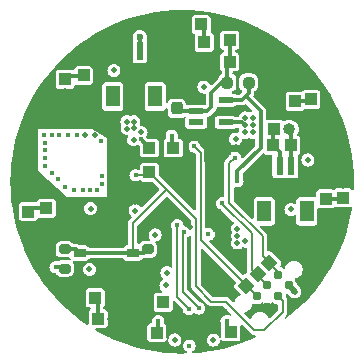
<source format=gbl>
G04 #@! TF.GenerationSoftware,KiCad,Pcbnew,8.0.6*
G04 #@! TF.CreationDate,2025-07-21T23:46:33+02:00*
G04 #@! TF.ProjectId,STM32,53544d33-322e-46b6-9963-61645f706362,rev?*
G04 #@! TF.SameCoordinates,Original*
G04 #@! TF.FileFunction,Copper,L4,Bot*
G04 #@! TF.FilePolarity,Positive*
%FSLAX46Y46*%
G04 Gerber Fmt 4.6, Leading zero omitted, Abs format (unit mm)*
G04 Created by KiCad (PCBNEW 8.0.6) date 2025-07-21 23:46:33*
%MOMM*%
%LPD*%
G01*
G04 APERTURE LIST*
G04 Aperture macros list*
%AMRoundRect*
0 Rectangle with rounded corners*
0 $1 Rounding radius*
0 $2 $3 $4 $5 $6 $7 $8 $9 X,Y pos of 4 corners*
0 Add a 4 corners polygon primitive as box body*
4,1,4,$2,$3,$4,$5,$6,$7,$8,$9,$2,$3,0*
0 Add four circle primitives for the rounded corners*
1,1,$1+$1,$2,$3*
1,1,$1+$1,$4,$5*
1,1,$1+$1,$6,$7*
1,1,$1+$1,$8,$9*
0 Add four rect primitives between the rounded corners*
20,1,$1+$1,$2,$3,$4,$5,0*
20,1,$1+$1,$4,$5,$6,$7,0*
20,1,$1+$1,$6,$7,$8,$9,0*
20,1,$1+$1,$8,$9,$2,$3,0*%
%AMRotRect*
0 Rectangle, with rotation*
0 The origin of the aperture is its center*
0 $1 length*
0 $2 width*
0 $3 Rotation angle, in degrees counterclockwise*
0 Add horizontal line*
21,1,$1,$2,0,0,$3*%
G04 Aperture macros list end*
G04 #@! TA.AperFunction,ComponentPad*
%ADD10R,1.000000X1.000000*%
G04 #@! TD*
G04 #@! TA.AperFunction,ComponentPad*
%ADD11O,1.000000X1.000000*%
G04 #@! TD*
G04 #@! TA.AperFunction,SMDPad,CuDef*
%ADD12R,1.000000X1.000000*%
G04 #@! TD*
G04 #@! TA.AperFunction,SMDPad,CuDef*
%ADD13RotRect,1.000000X1.000000X225.000000*%
G04 #@! TD*
G04 #@! TA.AperFunction,ConnectorPad*
%ADD14C,0.787400*%
G04 #@! TD*
G04 #@! TA.AperFunction,SMDPad,CuDef*
%ADD15R,0.600000X1.550000*%
G04 #@! TD*
G04 #@! TA.AperFunction,SMDPad,CuDef*
%ADD16R,1.200000X1.800000*%
G04 #@! TD*
G04 #@! TA.AperFunction,SMDPad,CuDef*
%ADD17RoundRect,0.200000X-0.275000X0.200000X-0.275000X-0.200000X0.275000X-0.200000X0.275000X0.200000X0*%
G04 #@! TD*
G04 #@! TA.AperFunction,SMDPad,CuDef*
%ADD18RoundRect,0.237500X0.237500X-0.300000X0.237500X0.300000X-0.237500X0.300000X-0.237500X-0.300000X0*%
G04 #@! TD*
G04 #@! TA.AperFunction,SMDPad,CuDef*
%ADD19RoundRect,0.200000X0.275000X-0.200000X0.275000X0.200000X-0.275000X0.200000X-0.275000X-0.200000X0*%
G04 #@! TD*
G04 #@! TA.AperFunction,SMDPad,CuDef*
%ADD20R,1.250000X0.500000*%
G04 #@! TD*
G04 #@! TA.AperFunction,SMDPad,CuDef*
%ADD21R,0.990600X0.711200*%
G04 #@! TD*
G04 #@! TA.AperFunction,SMDPad,CuDef*
%ADD22RoundRect,0.237500X-0.250000X-0.237500X0.250000X-0.237500X0.250000X0.237500X-0.250000X0.237500X0*%
G04 #@! TD*
G04 #@! TA.AperFunction,ViaPad*
%ADD23C,0.450000*%
G04 #@! TD*
G04 #@! TA.AperFunction,ViaPad*
%ADD24C,0.500000*%
G04 #@! TD*
G04 #@! TA.AperFunction,ViaPad*
%ADD25C,0.400000*%
G04 #@! TD*
G04 #@! TA.AperFunction,ViaPad*
%ADD26C,0.600000*%
G04 #@! TD*
G04 #@! TA.AperFunction,Conductor*
%ADD27C,0.300000*%
G04 #@! TD*
G04 #@! TA.AperFunction,Conductor*
%ADD28C,0.500000*%
G04 #@! TD*
G04 #@! TA.AperFunction,Conductor*
%ADD29C,0.200000*%
G04 #@! TD*
G04 APERTURE END LIST*
D10*
X134290000Y-97525000D03*
D11*
X135560001Y-97525000D03*
D10*
X131490000Y-77277500D03*
D11*
X131490000Y-78547500D03*
D10*
X152304998Y-78975001D03*
D11*
X152304998Y-77705000D03*
D10*
X155014999Y-87304999D03*
D11*
X155014999Y-86034998D03*
D10*
X139800001Y-96140001D03*
D11*
X138530000Y-96140001D03*
D10*
X143024997Y-72630000D03*
D11*
X141754996Y-72630000D03*
D10*
X149215001Y-81490000D03*
D11*
X150485002Y-81490000D03*
D10*
X128380000Y-88470000D03*
D11*
X128380000Y-89740000D03*
D12*
X133055000Y-76947500D03*
D13*
X147830000Y-93790000D03*
D12*
X129920000Y-88190000D03*
D10*
X145434999Y-73969999D03*
D11*
X146705000Y-73969999D03*
D12*
X145425000Y-75800000D03*
X153540000Y-85730000D03*
X145530000Y-98660000D03*
D13*
X146840000Y-94760000D03*
D12*
X138640000Y-83090000D03*
X149100000Y-82840000D03*
X153550000Y-87400000D03*
X150610000Y-82850000D03*
X140660000Y-85120000D03*
X141590000Y-74140000D03*
D14*
X150424074Y-94721973D03*
X149526052Y-93823949D03*
X149526051Y-95620000D03*
X148628025Y-94721974D03*
X148628024Y-96518025D03*
X147730002Y-95620001D03*
D15*
X150650000Y-84575000D03*
X149650000Y-84575000D03*
D16*
X151950000Y-88450000D03*
X148350000Y-88450000D03*
D12*
X140660000Y-83090000D03*
X150990000Y-77710000D03*
D13*
X148800000Y-92840000D03*
D12*
X138640000Y-85140000D03*
D17*
X138475000Y-91665000D03*
X138475000Y-93315000D03*
D12*
X143270000Y-74130000D03*
D18*
X140950000Y-79737500D03*
X140950000Y-78012500D03*
D19*
X131475000Y-93300000D03*
X131475000Y-91650000D03*
D20*
X142600002Y-80924998D03*
X142600000Y-79975000D03*
X142599998Y-79024998D03*
X145099998Y-79025002D03*
X145100002Y-80925002D03*
D15*
X137825000Y-74850000D03*
X136825000Y-74850000D03*
D16*
X139125000Y-78725000D03*
X135525000Y-78725000D03*
D12*
X129930000Y-89910000D03*
X133055000Y-78597500D03*
X134050000Y-95780000D03*
X135700000Y-95780000D03*
X150980000Y-79140000D03*
D21*
X132719996Y-94129998D03*
X137219999Y-94129998D03*
X132719997Y-91980000D03*
X137220000Y-91980000D03*
D22*
X145212500Y-77550000D03*
X147037500Y-77550000D03*
D12*
X139270000Y-98710000D03*
X147450000Y-75775000D03*
D23*
X136230000Y-94130000D03*
X138500000Y-97800000D03*
D24*
X138000000Y-79125000D03*
X150320000Y-91710000D03*
D23*
X145990000Y-91810000D03*
X143505000Y-84100000D03*
D24*
X133150000Y-82000000D03*
D23*
X134630000Y-86150000D03*
X141350000Y-96870000D03*
D25*
X129375000Y-92125000D03*
D24*
X133050000Y-79500000D03*
D26*
X136825000Y-73650000D03*
D25*
X137200000Y-98975000D03*
D24*
X131190000Y-90240000D03*
X152210000Y-85630000D03*
X134900000Y-80750000D03*
D23*
X132980000Y-86630000D03*
D24*
X152100000Y-80770000D03*
D25*
X134850000Y-75000000D03*
D23*
X130375000Y-85205000D03*
X144000000Y-87100000D03*
D24*
X140820000Y-74030000D03*
X141550000Y-89220000D03*
X152840000Y-80790000D03*
D25*
X149400000Y-75475000D03*
D23*
X129760000Y-82650000D03*
X145020000Y-96890000D03*
X143460000Y-94270000D03*
X130915000Y-85745000D03*
X145350000Y-83510000D03*
D24*
X149220000Y-91690000D03*
D25*
X128125000Y-84400000D03*
D24*
X149810000Y-90960000D03*
D23*
X130370000Y-82020000D03*
D24*
X151050000Y-76860000D03*
X137200000Y-96225000D03*
X134000000Y-82000000D03*
D25*
X154600000Y-84600000D03*
X129600000Y-80225000D03*
D23*
X131000000Y-82000000D03*
X146000000Y-92460000D03*
X150470000Y-80440000D03*
X131750000Y-82000000D03*
X129770000Y-83270000D03*
D24*
X149770000Y-91700000D03*
D23*
X149140000Y-80450000D03*
X149130000Y-96990000D03*
D25*
X138675000Y-76850000D03*
D24*
X129980000Y-90740000D03*
X145970000Y-83020000D03*
D23*
X143510000Y-96870000D03*
D24*
X137275000Y-97450000D03*
X138170000Y-90450000D03*
D23*
X133610000Y-86630000D03*
D24*
X137430000Y-87700000D03*
D23*
X142819951Y-99800000D03*
X144190000Y-90010000D03*
X129780000Y-84610000D03*
D24*
X142030000Y-89750000D03*
X134185000Y-79147500D03*
D25*
X139725000Y-72475000D03*
D23*
X131880000Y-94140000D03*
X141100000Y-81730000D03*
X129770000Y-83950000D03*
D25*
X154100000Y-89775000D03*
D23*
X131530000Y-86360000D03*
X134500000Y-82500000D03*
X132500000Y-82000000D03*
D24*
X141070000Y-75450000D03*
D23*
X134620000Y-85450000D03*
X134220000Y-86610000D03*
D25*
X131625000Y-80175000D03*
D23*
X141855000Y-83925000D03*
D25*
X140875000Y-86400000D03*
D24*
X149220000Y-90960000D03*
D23*
X132250000Y-86640000D03*
D24*
X137200000Y-95075000D03*
D23*
X129750000Y-82000000D03*
D24*
X138160000Y-89870000D03*
X149650000Y-77100000D03*
X140120000Y-93650000D03*
X136760000Y-81440000D03*
D23*
X142019951Y-99820000D03*
D24*
X137920000Y-81760000D03*
X133560000Y-93360000D03*
X136740000Y-80860000D03*
D23*
X143635000Y-90390000D03*
D24*
X140030000Y-94720000D03*
X146740000Y-90960000D03*
X147420000Y-81160000D03*
X137300000Y-82380000D03*
X140789950Y-99340000D03*
X143244997Y-77930003D03*
D23*
X137890000Y-82360000D03*
D24*
X146070000Y-90520000D03*
X146080000Y-89920000D03*
X135625000Y-76517500D03*
X137310000Y-81430000D03*
X144049950Y-99340000D03*
X147400000Y-80540000D03*
X146740000Y-80540000D03*
D23*
X150950000Y-95250000D03*
D24*
X137430000Y-88400000D03*
D26*
X137825000Y-73675000D03*
D24*
X133670000Y-88220000D03*
D23*
X130700000Y-93175000D03*
D24*
X146750000Y-81170000D03*
X147410000Y-81770000D03*
X152050000Y-84100000D03*
X139120000Y-90440000D03*
X145936705Y-82320790D03*
X137300000Y-80850000D03*
X146080000Y-91120000D03*
X146750000Y-81760000D03*
X150609999Y-88290001D03*
D23*
X137470000Y-85390000D03*
X140530000Y-82050000D03*
X141550000Y-90230000D03*
X142839951Y-96659301D03*
X145180000Y-97729301D03*
X141979951Y-96679301D03*
X140990000Y-89610000D03*
X139380000Y-97730000D03*
X145870000Y-83900000D03*
X142430000Y-82930000D03*
X144790000Y-87770000D03*
X146075000Y-85900000D03*
D27*
X140950000Y-78050000D02*
X142075000Y-78050000D01*
X153540000Y-85730000D02*
X154710001Y-85730000D01*
X141590000Y-74140000D02*
X141590000Y-72794996D01*
X137219999Y-94129998D02*
X136230002Y-94129998D01*
X154710001Y-85730000D02*
X155014999Y-86034998D01*
X137525000Y-93300000D02*
X137219999Y-93605001D01*
X133055000Y-78600000D02*
X131542500Y-78600000D01*
X142075000Y-78050000D02*
X142599998Y-78574998D01*
X129930000Y-90690000D02*
X129930000Y-89910000D01*
X142191827Y-82355000D02*
X141855000Y-82691827D01*
X129980000Y-90740000D02*
X129930000Y-90690000D01*
X143430000Y-84175000D02*
X143430000Y-83055000D01*
X141855000Y-82691827D02*
X141855000Y-83925000D01*
X141855000Y-83925000D02*
X140660000Y-85120000D01*
X133050000Y-79500000D02*
X133055000Y-79495000D01*
X137219999Y-93605001D02*
X137219999Y-94129998D01*
X138130000Y-93315000D02*
X137540000Y-93315000D01*
X143505000Y-84100000D02*
X143430000Y-84175000D01*
D28*
X149130000Y-96990000D02*
X148658025Y-96518025D01*
D27*
X132719996Y-94129998D02*
X131890002Y-94129998D01*
X133055000Y-79495000D02*
X133055000Y-78600000D01*
X136825000Y-74850000D02*
X136825000Y-73650000D01*
X131890002Y-94129998D02*
X131880000Y-94140000D01*
X146705000Y-73969999D02*
X147375000Y-74639999D01*
X137540000Y-93315000D02*
X137525000Y-93300000D01*
X142730000Y-82355000D02*
X142191827Y-82355000D01*
X150990000Y-77710000D02*
X152299998Y-77710000D01*
X143430000Y-83055000D02*
X142730000Y-82355000D01*
X135700000Y-95780000D02*
X135700000Y-97185001D01*
X136230002Y-94129998D02*
X136230000Y-94130000D01*
X135700000Y-97185001D02*
X135505001Y-97380000D01*
X142599998Y-78574998D02*
X142599998Y-79024998D01*
X129930000Y-89910000D02*
X128550000Y-89910000D01*
X147375000Y-74639999D02*
X147375000Y-75700000D01*
X146505002Y-80925002D02*
X146750000Y-81170000D01*
X130700000Y-93175000D02*
X131350000Y-93175000D01*
X145100002Y-80925002D02*
X146505002Y-80925002D01*
D28*
X150424074Y-94724074D02*
X150950000Y-95250000D01*
D27*
X137825000Y-74850000D02*
X137825000Y-73675000D01*
X138620000Y-83090000D02*
X137890000Y-82360000D01*
D29*
X140085000Y-86595000D02*
X140085000Y-86585000D01*
X143890000Y-96100000D02*
X145099999Y-96100000D01*
X138890000Y-85390000D02*
X142580000Y-89080000D01*
D27*
X131475000Y-91650000D02*
X132389997Y-91650000D01*
D29*
X137220000Y-91980000D02*
X137220000Y-89460000D01*
X142580000Y-89080000D02*
X142580000Y-94790000D01*
D27*
X138160000Y-91980000D02*
X137220000Y-91980000D01*
D29*
X149919750Y-96013699D02*
X149526051Y-95620000D01*
D27*
X138475000Y-91665000D02*
X138160000Y-91980000D01*
D29*
X145099999Y-96100000D02*
X147530758Y-98530759D01*
X142580000Y-94790000D02*
X143890000Y-96100000D01*
D27*
X132719997Y-91980000D02*
X137220000Y-91980000D01*
D29*
X137470000Y-85390000D02*
X138890000Y-85390000D01*
X149919750Y-96978068D02*
X149919750Y-96013699D01*
D27*
X132389997Y-91650000D02*
X132719997Y-91980000D01*
D29*
X137220000Y-89460000D02*
X140085000Y-86595000D01*
X148367059Y-98530759D02*
X149919750Y-96978068D01*
X147530758Y-98530759D02*
X148367059Y-98530759D01*
D27*
X132540000Y-76950000D02*
X131817500Y-76950000D01*
X149650000Y-83390000D02*
X149650000Y-84575000D01*
X149100000Y-82840000D02*
X149100000Y-81605001D01*
X149100000Y-82840000D02*
X149650000Y-83390000D01*
X150610000Y-82850000D02*
X150610000Y-81614998D01*
X150650000Y-82890000D02*
X150650000Y-84575000D01*
X140530000Y-82050000D02*
X140530000Y-82960000D01*
D29*
X141440000Y-95259350D02*
X141440000Y-90340000D01*
X141440000Y-90340000D02*
X141550000Y-90230000D01*
X142839951Y-96659301D02*
X141440000Y-95259350D01*
D27*
X145180000Y-97729301D02*
X145180000Y-98310000D01*
X139380000Y-97730000D02*
X139380000Y-98600000D01*
D29*
X140990000Y-95689350D02*
X140990000Y-89610000D01*
X141979951Y-96679301D02*
X140990000Y-95689350D01*
X145380000Y-87730000D02*
X148230000Y-90580000D01*
X145870000Y-83900000D02*
X145850000Y-83900000D01*
X145850000Y-83900000D02*
X145380000Y-84370000D01*
X148230000Y-92270000D02*
X149526052Y-93566052D01*
X145380000Y-84370000D02*
X145380000Y-87730000D01*
X148230000Y-90580000D02*
X148230000Y-92270000D01*
D27*
X153550000Y-87400000D02*
X154919998Y-87400000D01*
X129920000Y-88190000D02*
X128660000Y-88190000D01*
X134255000Y-95985000D02*
X134255000Y-97360000D01*
X143270000Y-74130000D02*
X143270000Y-72875003D01*
D29*
X142980000Y-83480000D02*
X142430000Y-82930000D01*
X147730002Y-95620001D02*
X142980000Y-90869999D01*
X142980000Y-90869999D02*
X142980000Y-83480000D01*
D27*
X150980000Y-79140000D02*
X152139999Y-79140000D01*
D29*
X147290000Y-93383949D02*
X148628025Y-94721974D01*
X144790000Y-87815000D02*
X147290000Y-90315000D01*
X147290000Y-90315000D02*
X147290000Y-93383949D01*
X144790000Y-87770000D02*
X144790000Y-87815000D01*
D27*
X143500000Y-79975000D02*
X143875000Y-79600000D01*
X145425000Y-75800000D02*
X145425000Y-73979998D01*
X143875000Y-79600000D02*
X143875000Y-78400000D01*
X143875000Y-78400000D02*
X144725000Y-77550000D01*
X142600000Y-79975000D02*
X143500000Y-79975000D01*
X145212500Y-77550000D02*
X145212500Y-76012500D01*
X144725000Y-77550000D02*
X145212500Y-77550000D01*
X141187500Y-79975000D02*
X142600000Y-79975000D01*
X146075000Y-85900000D02*
X146075000Y-85050000D01*
X148050000Y-83075000D02*
X148050000Y-79975000D01*
X146787500Y-78712500D02*
X147037500Y-78462500D01*
X146474998Y-79025002D02*
X146787500Y-78712500D01*
X147037500Y-78462500D02*
X147037500Y-77550000D01*
X146075000Y-85050000D02*
X148050000Y-83075000D01*
X145099998Y-79025002D02*
X146474998Y-79025002D01*
X148050000Y-79975000D02*
X146787500Y-78712500D01*
G04 #@! TA.AperFunction,Conductor*
G36*
X142178866Y-71410372D02*
G01*
X142184042Y-71410643D01*
X142938288Y-71470003D01*
X142943378Y-71470538D01*
X143693483Y-71569291D01*
X143698589Y-71570099D01*
X144442454Y-71707967D01*
X144447514Y-71709042D01*
X145183180Y-71885659D01*
X145188174Y-71886998D01*
X145425289Y-71957235D01*
X145913565Y-72101869D01*
X145918495Y-72103471D01*
X146631632Y-72356007D01*
X146636459Y-72357860D01*
X147335425Y-72647380D01*
X147340130Y-72649474D01*
X147918549Y-72925366D01*
X148022995Y-72975185D01*
X148027613Y-72977538D01*
X148692503Y-73338543D01*
X148696953Y-73341113D01*
X149342002Y-73736400D01*
X149346346Y-73739220D01*
X149969872Y-74167757D01*
X149974027Y-74170776D01*
X150455191Y-74539987D01*
X150574242Y-74631338D01*
X150578270Y-74634600D01*
X151153540Y-75125927D01*
X151157392Y-75129395D01*
X151706169Y-75650165D01*
X151709834Y-75653830D01*
X152230604Y-76202607D01*
X152234072Y-76206459D01*
X152725399Y-76781729D01*
X152728661Y-76785757D01*
X153189218Y-77385966D01*
X153192247Y-77390134D01*
X153443020Y-77755011D01*
X153620777Y-78013650D01*
X153623599Y-78017997D01*
X153774460Y-78264179D01*
X153977270Y-78595135D01*
X154018875Y-78663027D01*
X154021463Y-78667508D01*
X154042019Y-78705368D01*
X154382461Y-79332386D01*
X154384814Y-79337004D01*
X154615310Y-79820247D01*
X154693774Y-79984750D01*
X154710515Y-80019847D01*
X154712623Y-80024583D01*
X155002139Y-80723540D01*
X155003996Y-80728378D01*
X155256528Y-81441505D01*
X155258130Y-81446434D01*
X155472999Y-82171819D01*
X155474341Y-82176826D01*
X155650956Y-82912480D01*
X155652033Y-82917550D01*
X155789898Y-83661403D01*
X155790709Y-83666522D01*
X155889457Y-84416588D01*
X155889999Y-84421743D01*
X155949356Y-85175958D01*
X155949627Y-85181133D01*
X155969432Y-85937408D01*
X155969432Y-85942592D01*
X155952588Y-86585801D01*
X155932164Y-86643477D01*
X155881739Y-86678132D01*
X155820575Y-86676530D01*
X155772033Y-86639283D01*
X155771947Y-86639157D01*
X155767206Y-86632236D01*
X155767205Y-86632235D01*
X155767205Y-86632234D01*
X155687764Y-86552793D01*
X155584990Y-86507414D01*
X155584989Y-86507413D01*
X155584987Y-86507413D01*
X155559867Y-86504499D01*
X154470138Y-86504499D01*
X154470135Y-86504500D01*
X154445008Y-86507413D01*
X154342232Y-86552794D01*
X154287691Y-86607335D01*
X154233174Y-86635112D01*
X154177701Y-86627896D01*
X154119991Y-86602415D01*
X154119988Y-86602414D01*
X154094868Y-86599500D01*
X153005139Y-86599500D01*
X153005136Y-86599501D01*
X152980009Y-86602414D01*
X152877235Y-86647794D01*
X152797794Y-86727235D01*
X152752414Y-86830011D01*
X152749500Y-86855130D01*
X152749500Y-87158117D01*
X152730593Y-87216308D01*
X152681093Y-87252272D01*
X152624510Y-87253645D01*
X152619993Y-87252415D01*
X152619991Y-87252415D01*
X152619988Y-87252414D01*
X152619986Y-87252414D01*
X152594868Y-87249500D01*
X151305139Y-87249500D01*
X151305136Y-87249501D01*
X151280009Y-87252414D01*
X151177235Y-87297794D01*
X151097794Y-87377235D01*
X151052414Y-87480011D01*
X151049500Y-87505130D01*
X151049500Y-87732599D01*
X151030593Y-87790790D01*
X150981093Y-87826754D01*
X150919907Y-87826754D01*
X150890235Y-87811143D01*
X150887627Y-87809142D01*
X150887625Y-87809141D01*
X150887624Y-87809140D01*
X150887622Y-87809139D01*
X150887620Y-87809138D01*
X150753708Y-87753671D01*
X150753707Y-87753670D01*
X150609999Y-87734751D01*
X150466290Y-87753670D01*
X150466289Y-87753671D01*
X150332377Y-87809138D01*
X150332373Y-87809140D01*
X150217380Y-87897378D01*
X150217376Y-87897382D01*
X150129138Y-88012375D01*
X150129136Y-88012379D01*
X150073669Y-88146291D01*
X150073668Y-88146292D01*
X150054749Y-88290000D01*
X150054749Y-88290001D01*
X150073668Y-88433709D01*
X150073669Y-88433710D01*
X150129138Y-88567626D01*
X150217378Y-88682622D01*
X150332374Y-88770862D01*
X150466290Y-88826331D01*
X150609999Y-88845251D01*
X150753708Y-88826331D01*
X150887624Y-88770862D01*
X150890229Y-88768862D01*
X150892446Y-88768077D01*
X150893246Y-88767616D01*
X150893331Y-88767764D01*
X150947904Y-88748436D01*
X151006570Y-88765811D01*
X151043820Y-88814350D01*
X151049500Y-88847402D01*
X151049500Y-89394860D01*
X151049501Y-89394863D01*
X151052414Y-89419990D01*
X151067681Y-89454565D01*
X151097794Y-89522765D01*
X151177235Y-89602206D01*
X151280009Y-89647585D01*
X151305135Y-89650500D01*
X152594864Y-89650499D01*
X152619991Y-89647585D01*
X152722765Y-89602206D01*
X152802206Y-89522765D01*
X152847585Y-89419991D01*
X152850500Y-89394865D01*
X152850499Y-88291881D01*
X152869406Y-88233691D01*
X152918906Y-88197727D01*
X152975494Y-88196356D01*
X152980005Y-88197583D01*
X152980009Y-88197585D01*
X153005135Y-88200500D01*
X154094864Y-88200499D01*
X154119991Y-88197585D01*
X154222765Y-88152206D01*
X154277308Y-88097662D01*
X154331822Y-88069886D01*
X154387295Y-88077101D01*
X154445008Y-88102584D01*
X154470134Y-88105499D01*
X155559863Y-88105498D01*
X155584990Y-88102584D01*
X155657777Y-88070445D01*
X155718642Y-88064237D01*
X155771536Y-88094992D01*
X155796251Y-88150963D01*
X155795915Y-88173932D01*
X155790709Y-88213477D01*
X155789898Y-88218596D01*
X155652033Y-88962449D01*
X155650956Y-88967519D01*
X155474341Y-89703173D01*
X155472999Y-89708180D01*
X155258130Y-90433565D01*
X155256528Y-90438494D01*
X155003996Y-91151621D01*
X155002139Y-91156459D01*
X154712623Y-91855416D01*
X154710515Y-91860152D01*
X154384814Y-92542995D01*
X154382461Y-92547613D01*
X154021467Y-93212484D01*
X154018875Y-93216972D01*
X153623599Y-93862002D01*
X153620777Y-93866349D01*
X153192256Y-94489853D01*
X153189209Y-94494046D01*
X152728661Y-95094242D01*
X152725399Y-95098270D01*
X152234072Y-95673540D01*
X152230604Y-95677392D01*
X151709834Y-96226169D01*
X151706169Y-96229834D01*
X151157392Y-96750604D01*
X151153540Y-96754072D01*
X150578270Y-97245399D01*
X150574242Y-97248661D01*
X150230934Y-97512091D01*
X150173259Y-97532515D01*
X150114593Y-97515138D01*
X150077346Y-97466596D01*
X150075744Y-97405432D01*
X150100661Y-97363547D01*
X150165660Y-97298549D01*
X150165663Y-97298548D01*
X150240230Y-97223981D01*
X150292957Y-97132655D01*
X150303501Y-97093305D01*
X150320251Y-97030795D01*
X150320251Y-96925341D01*
X150320251Y-96919279D01*
X150320250Y-96919261D01*
X150320250Y-95960973D01*
X150313361Y-95935263D01*
X150292957Y-95859112D01*
X150284196Y-95843938D01*
X150247002Y-95779516D01*
X150240230Y-95767786D01*
X150240227Y-95767783D01*
X150236496Y-95762920D01*
X150216074Y-95705244D01*
X150216761Y-95690727D01*
X150225350Y-95620000D01*
X150216241Y-95544982D01*
X150227996Y-95484939D01*
X150272800Y-95443271D01*
X150333539Y-95435895D01*
X150384522Y-95463047D01*
X150509173Y-95587697D01*
X150611986Y-95690510D01*
X150737515Y-95762984D01*
X150877526Y-95800500D01*
X150877528Y-95800500D01*
X151022472Y-95800500D01*
X151022474Y-95800500D01*
X151162485Y-95762984D01*
X151288015Y-95690510D01*
X151390510Y-95588015D01*
X151462984Y-95462485D01*
X151500500Y-95322474D01*
X151500500Y-95177526D01*
X151462984Y-95037515D01*
X151390510Y-94911986D01*
X151276131Y-94797607D01*
X151136870Y-94658345D01*
X151109093Y-94603829D01*
X151108596Y-94600275D01*
X151108449Y-94599067D01*
X151103053Y-94554620D01*
X151043273Y-94396993D01*
X150995221Y-94327377D01*
X150949488Y-94261121D01*
X150931993Y-94202490D01*
X150952301Y-94144773D01*
X151002656Y-94110016D01*
X151011636Y-94107788D01*
X151090636Y-94092075D01*
X151226363Y-94035855D01*
X151348514Y-93954236D01*
X151452395Y-93850355D01*
X151534014Y-93728204D01*
X151590234Y-93592477D01*
X151618894Y-93448390D01*
X151618894Y-93301480D01*
X151590234Y-93157393D01*
X151540704Y-93037816D01*
X151534015Y-93021668D01*
X151534015Y-93021667D01*
X151497739Y-92967377D01*
X151452395Y-92899515D01*
X151348514Y-92795634D01*
X151226363Y-92714015D01*
X151226362Y-92714014D01*
X151226360Y-92714013D01*
X151090636Y-92657795D01*
X150946551Y-92629135D01*
X150946549Y-92629135D01*
X150799639Y-92629135D01*
X150799636Y-92629135D01*
X150655552Y-92657795D01*
X150655550Y-92657795D01*
X150519827Y-92714013D01*
X150519826Y-92714013D01*
X150397674Y-92795634D01*
X150397670Y-92795637D01*
X150293796Y-92899511D01*
X150293793Y-92899515D01*
X150212172Y-93021667D01*
X150212172Y-93021668D01*
X150155954Y-93157391D01*
X150139349Y-93240871D01*
X150109452Y-93294254D01*
X150053887Y-93319870D01*
X149993877Y-93307933D01*
X149976602Y-93295659D01*
X149923300Y-93248438D01*
X149923299Y-93248437D01*
X149780109Y-93173285D01*
X149737371Y-93129501D01*
X149728530Y-93068957D01*
X149750342Y-93023637D01*
X149749540Y-93023002D01*
X149767020Y-93000935D01*
X149767022Y-93000933D01*
X149807607Y-92896173D01*
X149807607Y-92783827D01*
X149767022Y-92679067D01*
X149751317Y-92659239D01*
X148980761Y-91888685D01*
X148977157Y-91885830D01*
X148960935Y-91872979D01*
X148960929Y-91872976D01*
X148856177Y-91832394D01*
X148856174Y-91832393D01*
X148856173Y-91832393D01*
X148743827Y-91832393D01*
X148734653Y-91832393D01*
X148734653Y-91829974D01*
X148687013Y-91823775D01*
X148642568Y-91781724D01*
X148630500Y-91734356D01*
X148630500Y-90640714D01*
X148630501Y-90640701D01*
X148630501Y-90527272D01*
X148630500Y-90527270D01*
X148603208Y-90425416D01*
X148603207Y-90425415D01*
X148603207Y-90425413D01*
X148597699Y-90415872D01*
X148584337Y-90392727D01*
X148550483Y-90334091D01*
X148550481Y-90334089D01*
X148550480Y-90334087D01*
X148475913Y-90259520D01*
X148475910Y-90259518D01*
X148472455Y-90256062D01*
X148035896Y-89819502D01*
X148008119Y-89764986D01*
X148017690Y-89704554D01*
X148060955Y-89661289D01*
X148105900Y-89650499D01*
X148994861Y-89650499D01*
X148994864Y-89650499D01*
X149019991Y-89647585D01*
X149122765Y-89602206D01*
X149202206Y-89522765D01*
X149247585Y-89419991D01*
X149250500Y-89394865D01*
X149250499Y-87505136D01*
X149247585Y-87480009D01*
X149202206Y-87377235D01*
X149122765Y-87297794D01*
X149019991Y-87252415D01*
X149019990Y-87252414D01*
X149019988Y-87252414D01*
X148994868Y-87249500D01*
X147705139Y-87249500D01*
X147705136Y-87249501D01*
X147680009Y-87252414D01*
X147577235Y-87297794D01*
X147497794Y-87377235D01*
X147452414Y-87480011D01*
X147449500Y-87505130D01*
X147449500Y-88994099D01*
X147430593Y-89052290D01*
X147381093Y-89088254D01*
X147319907Y-89088254D01*
X147280496Y-89064103D01*
X145809496Y-87593103D01*
X145781719Y-87538586D01*
X145780500Y-87523099D01*
X145780500Y-86494974D01*
X145799407Y-86436783D01*
X145848907Y-86400819D01*
X145910093Y-86400819D01*
X145917369Y-86403504D01*
X145937817Y-86411974D01*
X146075000Y-86430035D01*
X146212183Y-86411974D01*
X146340018Y-86359024D01*
X146449791Y-86274791D01*
X146534024Y-86165018D01*
X146586974Y-86037183D01*
X146605035Y-85900000D01*
X146598324Y-85849022D01*
X146586974Y-85762816D01*
X146533036Y-85632597D01*
X146525500Y-85594712D01*
X146525500Y-85277611D01*
X146544407Y-85219420D01*
X146554496Y-85207607D01*
X147384482Y-84377621D01*
X148228564Y-83533538D01*
X148283079Y-83505763D01*
X148343511Y-83515334D01*
X148368566Y-83533537D01*
X148427235Y-83592206D01*
X148530009Y-83637585D01*
X148555135Y-83640500D01*
X148951649Y-83640499D01*
X149009840Y-83659406D01*
X149045804Y-83708906D01*
X149049991Y-83750896D01*
X149049500Y-83755132D01*
X149049500Y-85394860D01*
X149049501Y-85394863D01*
X149052414Y-85419990D01*
X149077756Y-85477385D01*
X149097794Y-85522765D01*
X149177235Y-85602206D01*
X149280009Y-85647585D01*
X149305135Y-85650500D01*
X149994864Y-85650499D01*
X150019991Y-85647585D01*
X150110012Y-85607836D01*
X150170881Y-85601628D01*
X150189979Y-85607833D01*
X150280009Y-85647585D01*
X150305135Y-85650500D01*
X150994864Y-85650499D01*
X151019991Y-85647585D01*
X151122765Y-85602206D01*
X151202206Y-85522765D01*
X151247585Y-85419991D01*
X151250500Y-85394865D01*
X151250499Y-84099999D01*
X151494750Y-84099999D01*
X151494750Y-84100000D01*
X151513669Y-84243708D01*
X151513670Y-84243709D01*
X151569139Y-84377625D01*
X151657379Y-84492621D01*
X151772375Y-84580861D01*
X151906291Y-84636330D01*
X152050000Y-84655250D01*
X152193709Y-84636330D01*
X152327625Y-84580861D01*
X152442621Y-84492621D01*
X152530861Y-84377625D01*
X152586330Y-84243709D01*
X152605250Y-84100000D01*
X152586330Y-83956291D01*
X152530861Y-83822375D01*
X152442621Y-83707379D01*
X152327625Y-83619139D01*
X152327621Y-83619137D01*
X152193709Y-83563670D01*
X152193708Y-83563669D01*
X152050000Y-83544750D01*
X151906291Y-83563669D01*
X151906290Y-83563670D01*
X151772378Y-83619137D01*
X151772374Y-83619139D01*
X151657381Y-83707377D01*
X151657377Y-83707381D01*
X151569139Y-83822374D01*
X151569137Y-83822378D01*
X151513670Y-83956290D01*
X151513669Y-83956291D01*
X151494750Y-84099999D01*
X151250499Y-84099999D01*
X151250499Y-83755136D01*
X151247585Y-83730009D01*
X151245636Y-83725594D01*
X151239426Y-83664725D01*
X151270179Y-83611830D01*
X151280256Y-83603924D01*
X151282759Y-83602208D01*
X151282765Y-83602206D01*
X151362206Y-83522765D01*
X151407585Y-83419991D01*
X151410500Y-83394865D01*
X151410499Y-82305136D01*
X151407585Y-82280009D01*
X151362206Y-82177235D01*
X151282765Y-82097794D01*
X151282763Y-82097793D01*
X151282762Y-82097792D01*
X151204156Y-82063084D01*
X151158560Y-82022284D01*
X151145655Y-81962475D01*
X151160319Y-81919848D01*
X151210789Y-81839526D01*
X151210789Y-81839524D01*
X151210791Y-81839522D01*
X151270370Y-81669255D01*
X151290567Y-81490000D01*
X151270370Y-81310745D01*
X151265312Y-81296291D01*
X151238567Y-81219858D01*
X151210791Y-81140478D01*
X151208998Y-81137625D01*
X151114820Y-80987741D01*
X151114819Y-80987740D01*
X151114818Y-80987738D01*
X150987264Y-80860184D01*
X150987261Y-80860182D01*
X150987260Y-80860181D01*
X150834525Y-80764211D01*
X150664263Y-80704633D01*
X150664259Y-80704632D01*
X150485002Y-80684435D01*
X150305744Y-80704632D01*
X150305740Y-80704633D01*
X150135478Y-80764211D01*
X150066424Y-80807600D01*
X150007093Y-80822550D01*
X149950306Y-80799770D01*
X149943751Y-80793778D01*
X149887767Y-80737795D01*
X149887766Y-80737794D01*
X149784992Y-80692415D01*
X149784991Y-80692414D01*
X149784989Y-80692414D01*
X149759869Y-80689500D01*
X148670140Y-80689500D01*
X148670137Y-80689501D01*
X148645010Y-80692414D01*
X148639486Y-80694854D01*
X148578616Y-80701060D01*
X148525723Y-80670303D01*
X148501011Y-80614330D01*
X148500500Y-80604288D01*
X148500500Y-79915692D01*
X148499235Y-79910970D01*
X148469799Y-79801114D01*
X148467865Y-79797765D01*
X148431434Y-79734663D01*
X148410492Y-79698389D01*
X148410491Y-79698388D01*
X148410490Y-79698386D01*
X147471186Y-78759083D01*
X147443410Y-78704567D01*
X147452981Y-78644135D01*
X147455437Y-78639610D01*
X147457299Y-78636386D01*
X147468354Y-78595130D01*
X150179500Y-78595130D01*
X150179500Y-79684860D01*
X150179501Y-79684863D01*
X150182414Y-79709990D01*
X150198523Y-79746472D01*
X150227794Y-79812765D01*
X150307235Y-79892206D01*
X150410009Y-79937585D01*
X150435135Y-79940500D01*
X151524864Y-79940499D01*
X151549991Y-79937585D01*
X151652765Y-79892206D01*
X151732206Y-79812765D01*
X151732206Y-79812763D01*
X151738693Y-79806277D01*
X151741086Y-79808670D01*
X151776689Y-79781242D01*
X151809910Y-79775500D01*
X152849862Y-79775500D01*
X152874989Y-79772586D01*
X152977763Y-79727207D01*
X153057204Y-79647766D01*
X153102583Y-79544992D01*
X153105498Y-79519866D01*
X153105497Y-78430137D01*
X153102583Y-78405010D01*
X153057204Y-78302236D01*
X152977763Y-78222795D01*
X152874989Y-78177416D01*
X152874988Y-78177415D01*
X152874986Y-78177415D01*
X152849866Y-78174501D01*
X151760137Y-78174501D01*
X151760134Y-78174502D01*
X151735007Y-78177415D01*
X151632233Y-78222795D01*
X151552792Y-78302236D01*
X151552791Y-78302237D01*
X151546306Y-78308723D01*
X151543919Y-78306336D01*
X151508236Y-78333783D01*
X151475081Y-78339500D01*
X150435139Y-78339500D01*
X150435136Y-78339501D01*
X150410009Y-78342414D01*
X150307235Y-78387794D01*
X150227794Y-78467235D01*
X150182414Y-78570011D01*
X150179500Y-78595130D01*
X147468354Y-78595130D01*
X147488000Y-78521809D01*
X147488000Y-78354133D01*
X147506907Y-78295942D01*
X147547806Y-78264262D01*
X147547759Y-78264179D01*
X147548325Y-78263860D01*
X147550681Y-78262036D01*
X147550769Y-78262001D01*
X147553658Y-78260862D01*
X147671500Y-78171500D01*
X147760862Y-78053658D01*
X147815117Y-77916077D01*
X147825500Y-77829618D01*
X147825500Y-77270382D01*
X147815117Y-77183923D01*
X147760862Y-77046342D01*
X147671500Y-76928500D01*
X147553658Y-76839138D01*
X147546692Y-76836391D01*
X147416079Y-76784883D01*
X147329620Y-76774500D01*
X147329618Y-76774500D01*
X146745382Y-76774500D01*
X146745379Y-76774500D01*
X146658920Y-76784883D01*
X146521341Y-76839138D01*
X146403503Y-76928497D01*
X146403497Y-76928503D01*
X146314138Y-77046341D01*
X146259883Y-77183920D01*
X146249500Y-77270379D01*
X146249500Y-77829620D01*
X146259883Y-77916079D01*
X146314138Y-78053658D01*
X146403500Y-78171500D01*
X146451142Y-78207628D01*
X146476765Y-78227058D01*
X146511707Y-78277284D01*
X146510454Y-78338457D01*
X146486950Y-78375945D01*
X146317392Y-78545505D01*
X146262876Y-78573283D01*
X146247388Y-78574502D01*
X145990477Y-78574502D01*
X145932286Y-78555595D01*
X145920475Y-78545507D01*
X145897764Y-78522797D01*
X145897763Y-78522796D01*
X145794989Y-78477417D01*
X145794988Y-78477416D01*
X145794986Y-78477416D01*
X145769867Y-78474502D01*
X145769863Y-78474502D01*
X145707812Y-78474502D01*
X145649621Y-78455595D01*
X145613657Y-78406095D01*
X145613657Y-78344909D01*
X145649621Y-78295409D01*
X145671486Y-78283407D01*
X145728658Y-78260862D01*
X145846500Y-78171500D01*
X145935862Y-78053658D01*
X145990117Y-77916077D01*
X146000500Y-77829618D01*
X146000500Y-77270382D01*
X145990117Y-77183923D01*
X145935862Y-77046342D01*
X145846500Y-76928500D01*
X145728658Y-76839138D01*
X145728656Y-76839137D01*
X145728653Y-76839135D01*
X145725676Y-76837961D01*
X145723773Y-76836391D01*
X145722754Y-76835818D01*
X145722856Y-76835635D01*
X145678481Y-76799022D01*
X145663000Y-76745866D01*
X145663000Y-76699499D01*
X145681907Y-76641308D01*
X145731407Y-76605344D01*
X145762000Y-76600499D01*
X145969861Y-76600499D01*
X145969864Y-76600499D01*
X145994991Y-76597585D01*
X146097765Y-76552206D01*
X146177206Y-76472765D01*
X146222585Y-76369991D01*
X146225500Y-76344865D01*
X146225499Y-75255136D01*
X146222585Y-75230009D01*
X146177206Y-75127235D01*
X146097765Y-75047794D01*
X145994991Y-75002415D01*
X145994990Y-75002414D01*
X145994988Y-75002414D01*
X145969860Y-74999499D01*
X145968772Y-74999436D01*
X145968541Y-74999346D01*
X145967024Y-74999170D01*
X145967070Y-74998771D01*
X145911773Y-74977194D01*
X145878733Y-74925696D01*
X145875500Y-74900602D01*
X145875500Y-74869498D01*
X145894407Y-74811307D01*
X145943907Y-74775343D01*
X145974500Y-74770498D01*
X145979860Y-74770498D01*
X145979863Y-74770498D01*
X146004990Y-74767584D01*
X146107764Y-74722205D01*
X146187205Y-74642764D01*
X146232584Y-74539990D01*
X146235499Y-74514864D01*
X146235498Y-73425135D01*
X146232584Y-73400008D01*
X146187205Y-73297234D01*
X146107764Y-73217793D01*
X146004990Y-73172414D01*
X146004989Y-73172413D01*
X146004987Y-73172413D01*
X145979867Y-73169499D01*
X144890138Y-73169499D01*
X144890135Y-73169500D01*
X144865008Y-73172413D01*
X144762234Y-73217793D01*
X144682793Y-73297234D01*
X144637413Y-73400010D01*
X144634499Y-73425129D01*
X144634499Y-74514859D01*
X144634500Y-74514862D01*
X144637413Y-74539989D01*
X144662755Y-74597384D01*
X144682793Y-74642764D01*
X144762234Y-74722205D01*
X144865008Y-74767584D01*
X144878335Y-74769130D01*
X144886909Y-74770125D01*
X144942533Y-74795612D01*
X144972553Y-74848927D01*
X144974500Y-74868465D01*
X144974500Y-74900603D01*
X144955593Y-74958794D01*
X144906093Y-74994758D01*
X144882966Y-74999110D01*
X144882974Y-74999172D01*
X144882108Y-74999272D01*
X144881234Y-74999437D01*
X144880143Y-74999500D01*
X144855009Y-75002414D01*
X144752235Y-75047794D01*
X144672794Y-75127235D01*
X144627414Y-75230011D01*
X144624500Y-75255130D01*
X144624500Y-76344860D01*
X144624501Y-76344863D01*
X144627414Y-76369990D01*
X144641829Y-76402636D01*
X144672794Y-76472765D01*
X144733005Y-76532976D01*
X144760781Y-76587491D01*
X144762000Y-76602978D01*
X144762000Y-76745866D01*
X144743093Y-76804057D01*
X144702198Y-76835734D01*
X144702246Y-76835818D01*
X144701678Y-76836136D01*
X144699324Y-76837961D01*
X144696346Y-76839135D01*
X144696343Y-76839137D01*
X144578503Y-76928497D01*
X144578497Y-76928503D01*
X144489138Y-77046341D01*
X144432554Y-77189828D01*
X144431485Y-77189406D01*
X144409134Y-77228761D01*
X143906678Y-77731217D01*
X143852161Y-77758994D01*
X143791729Y-77749423D01*
X143748464Y-77706158D01*
X143745210Y-77699098D01*
X143725859Y-77652381D01*
X143725858Y-77652378D01*
X143637618Y-77537382D01*
X143522622Y-77449142D01*
X143522618Y-77449140D01*
X143388706Y-77393673D01*
X143388705Y-77393672D01*
X143244997Y-77374753D01*
X143101288Y-77393672D01*
X143101287Y-77393673D01*
X142967375Y-77449140D01*
X142967371Y-77449142D01*
X142852378Y-77537380D01*
X142852374Y-77537384D01*
X142764136Y-77652377D01*
X142764134Y-77652381D01*
X142708667Y-77786293D01*
X142708666Y-77786294D01*
X142689747Y-77930002D01*
X142689747Y-77930003D01*
X142708666Y-78073711D01*
X142708667Y-78073712D01*
X142751621Y-78177415D01*
X142764136Y-78207628D01*
X142852376Y-78322624D01*
X142967372Y-78410864D01*
X143101288Y-78466333D01*
X143244997Y-78485253D01*
X143312579Y-78476355D01*
X143372738Y-78487505D01*
X143414855Y-78531886D01*
X143424500Y-78574508D01*
X143424500Y-79333116D01*
X143405593Y-79391307D01*
X143356093Y-79427271D01*
X143299518Y-79428646D01*
X143294991Y-79427414D01*
X143269868Y-79424500D01*
X141930139Y-79424500D01*
X141930136Y-79424501D01*
X141905009Y-79427414D01*
X141868789Y-79443407D01*
X141860528Y-79447055D01*
X141799659Y-79453263D01*
X141746766Y-79422507D01*
X141722247Y-79368295D01*
X141718022Y-79333116D01*
X141715117Y-79308923D01*
X141708047Y-79290996D01*
X141702016Y-79275700D01*
X141660862Y-79171342D01*
X141571500Y-79053500D01*
X141453658Y-78964138D01*
X141316079Y-78909883D01*
X141229620Y-78899500D01*
X141229618Y-78899500D01*
X140670382Y-78899500D01*
X140670379Y-78899500D01*
X140583920Y-78909883D01*
X140446341Y-78964138D01*
X140328503Y-79053497D01*
X140328497Y-79053503D01*
X140239138Y-79171340D01*
X140216596Y-79228503D01*
X140177659Y-79275700D01*
X140118416Y-79290996D01*
X140061497Y-79268549D01*
X140028643Y-79216933D01*
X140025499Y-79192188D01*
X140025499Y-77780136D01*
X140022585Y-77755009D01*
X139977206Y-77652235D01*
X139897765Y-77572794D01*
X139794991Y-77527415D01*
X139794990Y-77527414D01*
X139794988Y-77527414D01*
X139769868Y-77524500D01*
X138480139Y-77524500D01*
X138480136Y-77524501D01*
X138455009Y-77527414D01*
X138352235Y-77572794D01*
X138272794Y-77652235D01*
X138227414Y-77755011D01*
X138224500Y-77780130D01*
X138224500Y-79669860D01*
X138224501Y-79669863D01*
X138227414Y-79694990D01*
X138244932Y-79734663D01*
X138272794Y-79797765D01*
X138352235Y-79877206D01*
X138455009Y-79922585D01*
X138480135Y-79925500D01*
X139769864Y-79925499D01*
X139794991Y-79922585D01*
X139897765Y-79877206D01*
X139977206Y-79797765D01*
X139984936Y-79780257D01*
X140025736Y-79734663D01*
X140085545Y-79721758D01*
X140141517Y-79746472D01*
X140172273Y-79799365D01*
X140174500Y-79820247D01*
X140174500Y-80079620D01*
X140184883Y-80166079D01*
X140222858Y-80262375D01*
X140239138Y-80303658D01*
X140328500Y-80421500D01*
X140446342Y-80510862D01*
X140551989Y-80552524D01*
X140582330Y-80564489D01*
X140583923Y-80565117D01*
X140670382Y-80575500D01*
X140670384Y-80575500D01*
X141229616Y-80575500D01*
X141229618Y-80575500D01*
X141316077Y-80565117D01*
X141453658Y-80510862D01*
X141453658Y-80510861D01*
X141453660Y-80510861D01*
X141453661Y-80510860D01*
X141539697Y-80445617D01*
X141597488Y-80425521D01*
X141599517Y-80425500D01*
X141604744Y-80425500D01*
X141662935Y-80444407D01*
X141698899Y-80493907D01*
X141698899Y-80555093D01*
X141695311Y-80564478D01*
X141687410Y-80582375D01*
X141677417Y-80605007D01*
X141677416Y-80605009D01*
X141674502Y-80630128D01*
X141674502Y-81219858D01*
X141674502Y-81219860D01*
X141674503Y-81219862D01*
X141674504Y-81219867D01*
X141677416Y-81244988D01*
X141700069Y-81296291D01*
X141722796Y-81347763D01*
X141802237Y-81427204D01*
X141905011Y-81472583D01*
X141930137Y-81475498D01*
X143269866Y-81475497D01*
X143294993Y-81472583D01*
X143397767Y-81427204D01*
X143477208Y-81347763D01*
X143522587Y-81244989D01*
X143525502Y-81219863D01*
X143525501Y-80630134D01*
X143522587Y-80605007D01*
X143502270Y-80558995D01*
X143496063Y-80498126D01*
X143526819Y-80445233D01*
X143567210Y-80423382D01*
X143662817Y-80397765D01*
X143673887Y-80394799D01*
X143776614Y-80335489D01*
X144235489Y-79876614D01*
X144294799Y-79773887D01*
X144297741Y-79762903D01*
X144301287Y-79749672D01*
X144301287Y-79749669D01*
X144325500Y-79659309D01*
X144327180Y-79653040D01*
X144328970Y-79653519D01*
X144351560Y-79606141D01*
X144405327Y-79576938D01*
X144427274Y-79575556D01*
X144427274Y-79575502D01*
X144428144Y-79575501D01*
X144429098Y-79575442D01*
X144430114Y-79575499D01*
X144430133Y-79575502D01*
X145769862Y-79575501D01*
X145794989Y-79572587D01*
X145897763Y-79527208D01*
X145909119Y-79515851D01*
X145920475Y-79504497D01*
X145974992Y-79476721D01*
X145990477Y-79475502D01*
X146534305Y-79475502D01*
X146534307Y-79475502D01*
X146637815Y-79447767D01*
X146648885Y-79444801D01*
X146710258Y-79409367D01*
X146731327Y-79397203D01*
X146791175Y-79384481D01*
X146847071Y-79409367D01*
X146850831Y-79412935D01*
X147282532Y-79844636D01*
X147310309Y-79899153D01*
X147300738Y-79959585D01*
X147257473Y-80002850D01*
X147250413Y-80006104D01*
X147122368Y-80059141D01*
X147119488Y-80060804D01*
X147117162Y-80061298D01*
X147116380Y-80061622D01*
X147116319Y-80061476D01*
X147059638Y-80073517D01*
X147020512Y-80060804D01*
X147017631Y-80059141D01*
X146883709Y-80003670D01*
X146883708Y-80003669D01*
X146740000Y-79984750D01*
X146596291Y-80003669D01*
X146596290Y-80003670D01*
X146462378Y-80059137D01*
X146462374Y-80059139D01*
X146347381Y-80147377D01*
X146347377Y-80147381D01*
X146259139Y-80262374D01*
X146259137Y-80262378D01*
X146203670Y-80396290D01*
X146202374Y-80401127D01*
X146169049Y-80452441D01*
X146111927Y-80474366D01*
X146106748Y-80474502D01*
X145990481Y-80474502D01*
X145932290Y-80455595D01*
X145920479Y-80445507D01*
X145897768Y-80422797D01*
X145897767Y-80422796D01*
X145794993Y-80377417D01*
X145794992Y-80377416D01*
X145794990Y-80377416D01*
X145769870Y-80374502D01*
X144430141Y-80374502D01*
X144430138Y-80374503D01*
X144405011Y-80377416D01*
X144302237Y-80422796D01*
X144222796Y-80502237D01*
X144177416Y-80605013D01*
X144174502Y-80630132D01*
X144174502Y-81219862D01*
X144174503Y-81219865D01*
X144177416Y-81244992D01*
X144192493Y-81279137D01*
X144222796Y-81347767D01*
X144302237Y-81427208D01*
X144405011Y-81472587D01*
X144430137Y-81475502D01*
X145769866Y-81475501D01*
X145794993Y-81472587D01*
X145897767Y-81427208D01*
X145909123Y-81415851D01*
X145920479Y-81404497D01*
X145974996Y-81376721D01*
X145990481Y-81375502D01*
X146165244Y-81375502D01*
X146223435Y-81394409D01*
X146259399Y-81443909D01*
X146259399Y-81505095D01*
X146256709Y-81512382D01*
X146224156Y-81590976D01*
X146213670Y-81616291D01*
X146202478Y-81701297D01*
X146176136Y-81756522D01*
X146122365Y-81785716D01*
X146086975Y-81784328D01*
X146086847Y-81785307D01*
X145936705Y-81765540D01*
X145792996Y-81784459D01*
X145792995Y-81784460D01*
X145659083Y-81839927D01*
X145659079Y-81839929D01*
X145544086Y-81928167D01*
X145544082Y-81928171D01*
X145455844Y-82043164D01*
X145455842Y-82043168D01*
X145400375Y-82177080D01*
X145400374Y-82177081D01*
X145381455Y-82320789D01*
X145381455Y-82320790D01*
X145400374Y-82464498D01*
X145400375Y-82464499D01*
X145437948Y-82555211D01*
X145455844Y-82598415D01*
X145544084Y-82713411D01*
X145659080Y-82801651D01*
X145792996Y-82857120D01*
X145936705Y-82876040D01*
X146080414Y-82857120D01*
X146214330Y-82801651D01*
X146329326Y-82713411D01*
X146417566Y-82598415D01*
X146473035Y-82464499D01*
X146484226Y-82379491D01*
X146510567Y-82324268D01*
X146564338Y-82295073D01*
X146599727Y-82296464D01*
X146599857Y-82295483D01*
X146749999Y-82315250D01*
X146749999Y-82315249D01*
X146750000Y-82315250D01*
X146893709Y-82296330D01*
X147018048Y-82244828D01*
X147033620Y-82238378D01*
X147034776Y-82241169D01*
X147082394Y-82230983D01*
X147126272Y-82248456D01*
X147126757Y-82247617D01*
X147132371Y-82250858D01*
X147132375Y-82250861D01*
X147266291Y-82306330D01*
X147410000Y-82325250D01*
X147487578Y-82315036D01*
X147547738Y-82326186D01*
X147589856Y-82370568D01*
X147599500Y-82413189D01*
X147599500Y-82847388D01*
X147580593Y-82905579D01*
X147570504Y-82917392D01*
X146563843Y-83924052D01*
X146509326Y-83951829D01*
X146448894Y-83942258D01*
X146405629Y-83898993D01*
X146395686Y-83866970D01*
X146381974Y-83762817D01*
X146329024Y-83634983D01*
X146244791Y-83525209D01*
X146244789Y-83525208D01*
X146244789Y-83525207D01*
X146135018Y-83440976D01*
X146135014Y-83440974D01*
X146007183Y-83388026D01*
X146007175Y-83388025D01*
X145870000Y-83369965D01*
X145869999Y-83369965D01*
X145732816Y-83388025D01*
X145732816Y-83388026D01*
X145604986Y-83440974D01*
X145604982Y-83440976D01*
X145495211Y-83525207D01*
X145495207Y-83525211D01*
X145410976Y-83634982D01*
X145410974Y-83634986D01*
X145358026Y-83762815D01*
X145352895Y-83801782D01*
X145326552Y-83857006D01*
X145324746Y-83858859D01*
X145059520Y-84124086D01*
X145059516Y-84124091D01*
X145006793Y-84215411D01*
X145006792Y-84215411D01*
X145006793Y-84215412D01*
X144979500Y-84317273D01*
X144979500Y-87152025D01*
X144960593Y-87210216D01*
X144911093Y-87246180D01*
X144867578Y-87250178D01*
X144790001Y-87239965D01*
X144790000Y-87239965D01*
X144652816Y-87258025D01*
X144652816Y-87258026D01*
X144524986Y-87310974D01*
X144524982Y-87310976D01*
X144415211Y-87395207D01*
X144415207Y-87395211D01*
X144330976Y-87504982D01*
X144330974Y-87504986D01*
X144278026Y-87632816D01*
X144278025Y-87632816D01*
X144262115Y-87753670D01*
X144259965Y-87770000D01*
X144277082Y-87900011D01*
X144278026Y-87907183D01*
X144330974Y-88035014D01*
X144330976Y-88035018D01*
X144398010Y-88122378D01*
X144415209Y-88144791D01*
X144524982Y-88229024D01*
X144652817Y-88281974D01*
X144662985Y-88283312D01*
X144718208Y-88309650D01*
X144720068Y-88311461D01*
X145748223Y-89339616D01*
X145776000Y-89394133D01*
X145766429Y-89454565D01*
X145738487Y-89488161D01*
X145687385Y-89527373D01*
X145687377Y-89527381D01*
X145599139Y-89642374D01*
X145599137Y-89642378D01*
X145543670Y-89776290D01*
X145543669Y-89776291D01*
X145524750Y-89919999D01*
X145524750Y-89920000D01*
X145541519Y-90047377D01*
X145543670Y-90063709D01*
X145585850Y-90165542D01*
X145587715Y-90170044D01*
X145592514Y-90231041D01*
X145587714Y-90245814D01*
X145533670Y-90376290D01*
X145533669Y-90376291D01*
X145514750Y-90519999D01*
X145514750Y-90520000D01*
X145533669Y-90663708D01*
X145533670Y-90663709D01*
X145587714Y-90794186D01*
X145592514Y-90855183D01*
X145587715Y-90869953D01*
X145543670Y-90976291D01*
X145543669Y-90976294D01*
X145524750Y-91119999D01*
X145524750Y-91120000D01*
X145543669Y-91263708D01*
X145543670Y-91263709D01*
X145582524Y-91357514D01*
X145599139Y-91397625D01*
X145687379Y-91512621D01*
X145802375Y-91600861D01*
X145936291Y-91656330D01*
X146080000Y-91675250D01*
X146223709Y-91656330D01*
X146357625Y-91600861D01*
X146461114Y-91521451D01*
X146472614Y-91512627D01*
X146472616Y-91512624D01*
X146472621Y-91512621D01*
X146472624Y-91512616D01*
X146473575Y-91511666D01*
X146474444Y-91511222D01*
X146477770Y-91508671D01*
X146478242Y-91509286D01*
X146528086Y-91483879D01*
X146581476Y-91490193D01*
X146596291Y-91496330D01*
X146596290Y-91496330D01*
X146618078Y-91499198D01*
X146740000Y-91515250D01*
X146777578Y-91510302D01*
X146837737Y-91521451D01*
X146879855Y-91565833D01*
X146889500Y-91608455D01*
X146889500Y-93331222D01*
X146889500Y-93436676D01*
X146908887Y-93509034D01*
X146905685Y-93570134D01*
X146883270Y-93604653D01*
X146878692Y-93609231D01*
X146878678Y-93609247D01*
X146862979Y-93629064D01*
X146862977Y-93629068D01*
X146836530Y-93697333D01*
X146797877Y-93744763D01*
X146779980Y-93753882D01*
X146679069Y-93792976D01*
X146678145Y-93793708D01*
X146659239Y-93808683D01*
X146659237Y-93808685D01*
X146659232Y-93808688D01*
X146642160Y-93825761D01*
X146587642Y-93853538D01*
X146527211Y-93843964D01*
X146502154Y-93825760D01*
X143739902Y-91063508D01*
X143712125Y-91008991D01*
X143721696Y-90948559D01*
X143764961Y-90905294D01*
X143772022Y-90902039D01*
X143772177Y-90901974D01*
X143772183Y-90901974D01*
X143900018Y-90849024D01*
X144009791Y-90764791D01*
X144094024Y-90655018D01*
X144146974Y-90527183D01*
X144165035Y-90390000D01*
X144152698Y-90296290D01*
X144146974Y-90252816D01*
X144094025Y-90124986D01*
X144094024Y-90124983D01*
X144009791Y-90015209D01*
X144009789Y-90015208D01*
X144009789Y-90015207D01*
X143900018Y-89930976D01*
X143900014Y-89930974D01*
X143772183Y-89878026D01*
X143749343Y-89875019D01*
X143635000Y-89859965D01*
X143634999Y-89859965D01*
X143492422Y-89878736D01*
X143432261Y-89867586D01*
X143390144Y-89823204D01*
X143380500Y-89780583D01*
X143380500Y-83427274D01*
X143380500Y-83427273D01*
X143353207Y-83325413D01*
X143341301Y-83304792D01*
X143300480Y-83234087D01*
X143225913Y-83159519D01*
X143225913Y-83159520D01*
X142978284Y-82911891D01*
X142950507Y-82857374D01*
X142950135Y-82854809D01*
X142949158Y-82847388D01*
X142941974Y-82792817D01*
X142889024Y-82664983D01*
X142804791Y-82555209D01*
X142804789Y-82555208D01*
X142804789Y-82555207D01*
X142695018Y-82470976D01*
X142695014Y-82470974D01*
X142567183Y-82418026D01*
X142530443Y-82413189D01*
X142430000Y-82399965D01*
X142429999Y-82399965D01*
X142292816Y-82418025D01*
X142292816Y-82418026D01*
X142164986Y-82470974D01*
X142164982Y-82470976D01*
X142055211Y-82555207D01*
X142055207Y-82555211D01*
X141970976Y-82664982D01*
X141970974Y-82664986D01*
X141918026Y-82792816D01*
X141918025Y-82792816D01*
X141899965Y-82929999D01*
X141918026Y-83067183D01*
X141970974Y-83195014D01*
X141970976Y-83195018D01*
X142055207Y-83304789D01*
X142055210Y-83304792D01*
X142082080Y-83325410D01*
X142164982Y-83389024D01*
X142292817Y-83441974D01*
X142354810Y-83450135D01*
X142410034Y-83476476D01*
X142411891Y-83478284D01*
X142550504Y-83616897D01*
X142578281Y-83671414D01*
X142579500Y-83686901D01*
X142579500Y-88274099D01*
X142560593Y-88332290D01*
X142511093Y-88368254D01*
X142449907Y-88368254D01*
X142410496Y-88344103D01*
X139469495Y-85403102D01*
X139441718Y-85348585D01*
X139440499Y-85333098D01*
X139440499Y-84595139D01*
X139440499Y-84595136D01*
X139437585Y-84570009D01*
X139392206Y-84467235D01*
X139312765Y-84387794D01*
X139209991Y-84342415D01*
X139209990Y-84342414D01*
X139209988Y-84342414D01*
X139184868Y-84339500D01*
X138095139Y-84339500D01*
X138095136Y-84339501D01*
X138070009Y-84342414D01*
X137967235Y-84387794D01*
X137887794Y-84467235D01*
X137842414Y-84570011D01*
X137839500Y-84595130D01*
X137839500Y-84826090D01*
X137820593Y-84884281D01*
X137771093Y-84920245D01*
X137709907Y-84920245D01*
X137702626Y-84917559D01*
X137607183Y-84878026D01*
X137607180Y-84878025D01*
X137607179Y-84878025D01*
X137499849Y-84863894D01*
X137470000Y-84859965D01*
X137469999Y-84859965D01*
X137332816Y-84878025D01*
X137332816Y-84878026D01*
X137204986Y-84930974D01*
X137204982Y-84930976D01*
X137095211Y-85015207D01*
X137095207Y-85015211D01*
X137010976Y-85124982D01*
X137010974Y-85124986D01*
X136958026Y-85252816D01*
X136958025Y-85252816D01*
X136939965Y-85389999D01*
X136939965Y-85390000D01*
X136940606Y-85394865D01*
X136958026Y-85527183D01*
X137010974Y-85655014D01*
X137010976Y-85655018D01*
X137093693Y-85762816D01*
X137095209Y-85764791D01*
X137204982Y-85849024D01*
X137332817Y-85901974D01*
X137470000Y-85920035D01*
X137607183Y-85901974D01*
X137735018Y-85849024D01*
X137773099Y-85819802D01*
X137830772Y-85799378D01*
X137889438Y-85816754D01*
X137903364Y-85828335D01*
X137967235Y-85892206D01*
X138070009Y-85937585D01*
X138095135Y-85940500D01*
X138833098Y-85940499D01*
X138891289Y-85959406D01*
X138903102Y-85969495D01*
X139453602Y-86519995D01*
X139481379Y-86574512D01*
X139471808Y-86634944D01*
X139453602Y-86660003D01*
X138025579Y-88088026D01*
X137971062Y-88115803D01*
X137910630Y-88106232D01*
X137877033Y-88078290D01*
X137822621Y-88007379D01*
X137707625Y-87919139D01*
X137707621Y-87919137D01*
X137573709Y-87863670D01*
X137573708Y-87863669D01*
X137430000Y-87844750D01*
X137286291Y-87863669D01*
X137286290Y-87863670D01*
X137152378Y-87919137D01*
X137152374Y-87919139D01*
X137037381Y-88007377D01*
X137037377Y-88007381D01*
X136949139Y-88122374D01*
X136949137Y-88122378D01*
X136893670Y-88256290D01*
X136893669Y-88256291D01*
X136874750Y-88399999D01*
X136874750Y-88400000D01*
X136893669Y-88543708D01*
X136893670Y-88543709D01*
X136922212Y-88612618D01*
X136949139Y-88677625D01*
X137037379Y-88792621D01*
X137105967Y-88845251D01*
X137108290Y-88847033D01*
X137142946Y-88897457D01*
X137141345Y-88958622D01*
X137118027Y-88995578D01*
X136899520Y-89214086D01*
X136899516Y-89214091D01*
X136846795Y-89305406D01*
X136846793Y-89305410D01*
X136846793Y-89305412D01*
X136836191Y-89344982D01*
X136830894Y-89364750D01*
X136819500Y-89407273D01*
X136819500Y-91224900D01*
X136800593Y-91283091D01*
X136751093Y-91319055D01*
X136720502Y-91323900D01*
X136679839Y-91323900D01*
X136679835Y-91323901D01*
X136654709Y-91326814D01*
X136551935Y-91372194D01*
X136472493Y-91451636D01*
X136464169Y-91470489D01*
X136423368Y-91516084D01*
X136373605Y-91529500D01*
X133566392Y-91529500D01*
X133508201Y-91510593D01*
X133475828Y-91470489D01*
X133467503Y-91451636D01*
X133467503Y-91451635D01*
X133388062Y-91372194D01*
X133285288Y-91326815D01*
X133285287Y-91326814D01*
X133285285Y-91326814D01*
X133260166Y-91323900D01*
X133260162Y-91323900D01*
X132742007Y-91323900D01*
X132683816Y-91304993D01*
X132672009Y-91294909D01*
X132666611Y-91289511D01*
X132666608Y-91289509D01*
X132666606Y-91289507D01*
X132563889Y-91230203D01*
X132563886Y-91230202D01*
X132563884Y-91230201D01*
X132535773Y-91222669D01*
X132449306Y-91199500D01*
X132449305Y-91199500D01*
X132237236Y-91199500D01*
X132179045Y-91180593D01*
X132157983Y-91159829D01*
X132151838Y-91151621D01*
X132107546Y-91092454D01*
X132107541Y-91092450D01*
X131992329Y-91006202D01*
X131857488Y-90955910D01*
X131857483Y-90955909D01*
X131857481Y-90955908D01*
X131857477Y-90955908D01*
X131826249Y-90952550D01*
X131797873Y-90949500D01*
X131797870Y-90949500D01*
X131152133Y-90949500D01*
X131152129Y-90949500D01*
X131152128Y-90949501D01*
X131144949Y-90950272D01*
X131092519Y-90955908D01*
X131092514Y-90955909D01*
X130957670Y-91006202D01*
X130842458Y-91092450D01*
X130842450Y-91092458D01*
X130756202Y-91207670D01*
X130705910Y-91342511D01*
X130705908Y-91342522D01*
X130704296Y-91357517D01*
X130699985Y-91397621D01*
X130699500Y-91402129D01*
X130699500Y-91897866D01*
X130699501Y-91897870D01*
X130705908Y-91957480D01*
X130705909Y-91957485D01*
X130756202Y-92092329D01*
X130767433Y-92107331D01*
X130842454Y-92207546D01*
X130842457Y-92207548D01*
X130842458Y-92207549D01*
X130957670Y-92293797D01*
X131092511Y-92344089D01*
X131092512Y-92344089D01*
X131092517Y-92344091D01*
X131152127Y-92350500D01*
X131797872Y-92350499D01*
X131826107Y-92347463D01*
X131885982Y-92360042D01*
X131927032Y-92405414D01*
X131927252Y-92405908D01*
X131954233Y-92467015D01*
X131960441Y-92527885D01*
X131929685Y-92580778D01*
X131873713Y-92605492D01*
X131853086Y-92605436D01*
X131828745Y-92602819D01*
X131797873Y-92599500D01*
X131797870Y-92599500D01*
X131152133Y-92599500D01*
X131152129Y-92599500D01*
X131152128Y-92599501D01*
X131144949Y-92600272D01*
X131092519Y-92605908D01*
X131092514Y-92605909D01*
X130957674Y-92656201D01*
X130957668Y-92656204D01*
X130954010Y-92658943D01*
X130896095Y-92678677D01*
X130856802Y-92671152D01*
X130851547Y-92668975D01*
X130837183Y-92663026D01*
X130700000Y-92644965D01*
X130699999Y-92644965D01*
X130562816Y-92663025D01*
X130562816Y-92663026D01*
X130434986Y-92715974D01*
X130434982Y-92715976D01*
X130325211Y-92800207D01*
X130325207Y-92800211D01*
X130240976Y-92909982D01*
X130240974Y-92909986D01*
X130188026Y-93037816D01*
X130188025Y-93037816D01*
X130170736Y-93169142D01*
X130169965Y-93175000D01*
X130179634Y-93248438D01*
X130188026Y-93312183D01*
X130240974Y-93440014D01*
X130240976Y-93440018D01*
X130323734Y-93547870D01*
X130325209Y-93549791D01*
X130434982Y-93634024D01*
X130562817Y-93686974D01*
X130690035Y-93703723D01*
X130745259Y-93730064D01*
X130756365Y-93742547D01*
X130842450Y-93857541D01*
X130842454Y-93857546D01*
X130842457Y-93857548D01*
X130842458Y-93857549D01*
X130957670Y-93943797D01*
X131092511Y-93994089D01*
X131092512Y-93994089D01*
X131092517Y-93994091D01*
X131152127Y-94000500D01*
X131797872Y-94000499D01*
X131857483Y-93994091D01*
X131973196Y-93950933D01*
X131992329Y-93943797D01*
X131992329Y-93943796D01*
X131992331Y-93943796D01*
X132107546Y-93857546D01*
X132193796Y-93742331D01*
X132198372Y-93730064D01*
X132244089Y-93607488D01*
X132244088Y-93607488D01*
X132244091Y-93607483D01*
X132250500Y-93547873D01*
X132250500Y-93359999D01*
X133004750Y-93359999D01*
X133004750Y-93360000D01*
X133023669Y-93503708D01*
X133023670Y-93503709D01*
X133075594Y-93629068D01*
X133079139Y-93637625D01*
X133167379Y-93752621D01*
X133282375Y-93840861D01*
X133416291Y-93896330D01*
X133560000Y-93915250D01*
X133703709Y-93896330D01*
X133837625Y-93840861D01*
X133952621Y-93752621D01*
X134040861Y-93637625D01*
X134096330Y-93503709D01*
X134115250Y-93360000D01*
X134096330Y-93216291D01*
X134040861Y-93082375D01*
X133952621Y-92967379D01*
X133837625Y-92879139D01*
X133837621Y-92879137D01*
X133703709Y-92823670D01*
X133703708Y-92823669D01*
X133560000Y-92804750D01*
X133416291Y-92823669D01*
X133416290Y-92823670D01*
X133282378Y-92879137D01*
X133282374Y-92879139D01*
X133167381Y-92967377D01*
X133167377Y-92967381D01*
X133079139Y-93082374D01*
X133079137Y-93082378D01*
X133023670Y-93216290D01*
X133023669Y-93216291D01*
X133004750Y-93359999D01*
X132250500Y-93359999D01*
X132250499Y-93052128D01*
X132244091Y-92992517D01*
X132234715Y-92967379D01*
X132193797Y-92857670D01*
X132146454Y-92794428D01*
X132126717Y-92736513D01*
X132144791Y-92678058D01*
X132193772Y-92641391D01*
X132225701Y-92636099D01*
X133260161Y-92636099D01*
X133285288Y-92633185D01*
X133388062Y-92587806D01*
X133467503Y-92508365D01*
X133475828Y-92489511D01*
X133516629Y-92443916D01*
X133566392Y-92430500D01*
X136373605Y-92430500D01*
X136431796Y-92449407D01*
X136464169Y-92489511D01*
X136472494Y-92508365D01*
X136551935Y-92587806D01*
X136654709Y-92633185D01*
X136679835Y-92636100D01*
X137760164Y-92636099D01*
X137785291Y-92633185D01*
X137888065Y-92587806D01*
X137967506Y-92508365D01*
X137975831Y-92489511D01*
X138016632Y-92443916D01*
X138066395Y-92430500D01*
X138219308Y-92430500D01*
X138219309Y-92430500D01*
X138312270Y-92405591D01*
X138333887Y-92399799D01*
X138370321Y-92378762D01*
X138419822Y-92365499D01*
X138797867Y-92365499D01*
X138797872Y-92365499D01*
X138857483Y-92359091D01*
X138964418Y-92319207D01*
X138992329Y-92308797D01*
X138992329Y-92308796D01*
X138992331Y-92308796D01*
X139107546Y-92222546D01*
X139193796Y-92107331D01*
X139199392Y-92092329D01*
X139244089Y-91972488D01*
X139244088Y-91972488D01*
X139244091Y-91972483D01*
X139250500Y-91912873D01*
X139250499Y-91417128D01*
X139244091Y-91357517D01*
X139238498Y-91342522D01*
X139193797Y-91222670D01*
X139151246Y-91165830D01*
X139133565Y-91142211D01*
X139113829Y-91084299D01*
X139131903Y-91025844D01*
X139180884Y-90989176D01*
X139199895Y-90984731D01*
X139263709Y-90976330D01*
X139397625Y-90920861D01*
X139512621Y-90832621D01*
X139600861Y-90717625D01*
X139656330Y-90583709D01*
X139675250Y-90440000D01*
X139672073Y-90415872D01*
X139656330Y-90296291D01*
X139600861Y-90162375D01*
X139512621Y-90047379D01*
X139397625Y-89959139D01*
X139397621Y-89959137D01*
X139263709Y-89903670D01*
X139263708Y-89903669D01*
X139120000Y-89884750D01*
X138976291Y-89903669D01*
X138976290Y-89903670D01*
X138842378Y-89959137D01*
X138842374Y-89959139D01*
X138727381Y-90047377D01*
X138727377Y-90047381D01*
X138639139Y-90162374D01*
X138639137Y-90162378D01*
X138583670Y-90296290D01*
X138583669Y-90296291D01*
X138564750Y-90439999D01*
X138564750Y-90440000D01*
X138583669Y-90583708D01*
X138583670Y-90583709D01*
X138616806Y-90663709D01*
X138639139Y-90717625D01*
X138700525Y-90797625D01*
X138706363Y-90805232D01*
X138726787Y-90862908D01*
X138709410Y-90921574D01*
X138660868Y-90958821D01*
X138627821Y-90964500D01*
X138152133Y-90964500D01*
X138152129Y-90964500D01*
X138152128Y-90964501D01*
X138144949Y-90965272D01*
X138092519Y-90970908D01*
X138092514Y-90970909D01*
X137957670Y-91021202D01*
X137842458Y-91107450D01*
X137842450Y-91107458D01*
X137798753Y-91165830D01*
X137748744Y-91201083D01*
X137687565Y-91200209D01*
X137638584Y-91163541D01*
X137620500Y-91106501D01*
X137620500Y-89666901D01*
X137639407Y-89608710D01*
X137649496Y-89596897D01*
X140019996Y-87226397D01*
X140074513Y-87198620D01*
X140134945Y-87208191D01*
X140160004Y-87226397D01*
X142150504Y-89216897D01*
X142178281Y-89271414D01*
X142179500Y-89286901D01*
X142179500Y-89895506D01*
X142160593Y-89953697D01*
X142111093Y-89989661D01*
X142049907Y-89989661D01*
X142001958Y-89955774D01*
X141924789Y-89855207D01*
X141815018Y-89770976D01*
X141815014Y-89770974D01*
X141757092Y-89746982D01*
X141687183Y-89718026D01*
X141670170Y-89715786D01*
X141606112Y-89707352D01*
X141550887Y-89681010D01*
X141521693Y-89627239D01*
X141520278Y-89611850D01*
X141520034Y-89610002D01*
X141520035Y-89610000D01*
X141501974Y-89472817D01*
X141488024Y-89439139D01*
X141449025Y-89344986D01*
X141449024Y-89344983D01*
X141364791Y-89235209D01*
X141364789Y-89235208D01*
X141364789Y-89235207D01*
X141255018Y-89150976D01*
X141255014Y-89150974D01*
X141127183Y-89098026D01*
X141052959Y-89088254D01*
X140990000Y-89079965D01*
X140989999Y-89079965D01*
X140852816Y-89098025D01*
X140852816Y-89098026D01*
X140724986Y-89150974D01*
X140724982Y-89150976D01*
X140615211Y-89235207D01*
X140615207Y-89235211D01*
X140530976Y-89344982D01*
X140530974Y-89344986D01*
X140478026Y-89472816D01*
X140478025Y-89472816D01*
X140470842Y-89527381D01*
X140459965Y-89610000D01*
X140472232Y-89703173D01*
X140478026Y-89747183D01*
X140530974Y-89875014D01*
X140530976Y-89875019D01*
X140546697Y-89895506D01*
X140569041Y-89924624D01*
X140589466Y-89982298D01*
X140589500Y-89984892D01*
X140589500Y-93115617D01*
X140570593Y-93173808D01*
X140521093Y-93209772D01*
X140459907Y-93209772D01*
X140430233Y-93194159D01*
X140397630Y-93169142D01*
X140397621Y-93169137D01*
X140263709Y-93113670D01*
X140263708Y-93113669D01*
X140120000Y-93094750D01*
X139976291Y-93113669D01*
X139976290Y-93113670D01*
X139842378Y-93169137D01*
X139842374Y-93169139D01*
X139727381Y-93257377D01*
X139727377Y-93257381D01*
X139639139Y-93372374D01*
X139639137Y-93372378D01*
X139583670Y-93506290D01*
X139583669Y-93506291D01*
X139564750Y-93649999D01*
X139564750Y-93650000D01*
X139583669Y-93793708D01*
X139583670Y-93793709D01*
X139612878Y-93864226D01*
X139639139Y-93927625D01*
X139727379Y-94042621D01*
X139727383Y-94042624D01*
X139727384Y-94042625D01*
X139766709Y-94072800D01*
X139801365Y-94123224D01*
X139799764Y-94184389D01*
X139762516Y-94232930D01*
X139755948Y-94237075D01*
X139752380Y-94239135D01*
X139637381Y-94327377D01*
X139637377Y-94327381D01*
X139549139Y-94442374D01*
X139549137Y-94442378D01*
X139493670Y-94576290D01*
X139493669Y-94576291D01*
X139474750Y-94719999D01*
X139474750Y-94720000D01*
X139493669Y-94863708D01*
X139493670Y-94863709D01*
X139536099Y-94966145D01*
X139549139Y-94997625D01*
X139637379Y-95112621D01*
X139701678Y-95161960D01*
X139736333Y-95212384D01*
X139734731Y-95273548D01*
X139697484Y-95322090D01*
X139641410Y-95339501D01*
X139255140Y-95339501D01*
X139255137Y-95339502D01*
X139230010Y-95342415D01*
X139127236Y-95387795D01*
X139047795Y-95467236D01*
X139002415Y-95570012D01*
X138999501Y-95595131D01*
X138999501Y-96684861D01*
X138999502Y-96684864D01*
X139002415Y-96709991D01*
X139010109Y-96727415D01*
X139047795Y-96812766D01*
X139127236Y-96892207D01*
X139230010Y-96937586D01*
X139255136Y-96940501D01*
X140344865Y-96940500D01*
X140369992Y-96937586D01*
X140472766Y-96892207D01*
X140552207Y-96812766D01*
X140597586Y-96709992D01*
X140600501Y-96684866D01*
X140600500Y-96105248D01*
X140619407Y-96047059D01*
X140668907Y-96011095D01*
X140730093Y-96011095D01*
X140769501Y-96035244D01*
X141128540Y-96394283D01*
X141431665Y-96697408D01*
X141459442Y-96751925D01*
X141459814Y-96754488D01*
X141467977Y-96816485D01*
X141520925Y-96944315D01*
X141520927Y-96944319D01*
X141600246Y-97047689D01*
X141605160Y-97054092D01*
X141714933Y-97138325D01*
X141842768Y-97191275D01*
X141979951Y-97209336D01*
X142117134Y-97191275D01*
X142244969Y-97138325D01*
X142354742Y-97054092D01*
X142354741Y-97054092D01*
X142359890Y-97050142D01*
X142361202Y-97051852D01*
X142407104Y-97028452D01*
X142467538Y-97038011D01*
X142482879Y-97047689D01*
X142574927Y-97118321D01*
X142574929Y-97118322D01*
X142574933Y-97118325D01*
X142702768Y-97171275D01*
X142839951Y-97189336D01*
X142977134Y-97171275D01*
X143104969Y-97118325D01*
X143214742Y-97034092D01*
X143298975Y-96924319D01*
X143351925Y-96796484D01*
X143369986Y-96659301D01*
X143362101Y-96599406D01*
X143351925Y-96522117D01*
X143298976Y-96394287D01*
X143298975Y-96394284D01*
X143214742Y-96284510D01*
X143214740Y-96284509D01*
X143214740Y-96284508D01*
X143104969Y-96200277D01*
X143104965Y-96200275D01*
X142983317Y-96149888D01*
X142977134Y-96147327D01*
X142977132Y-96147326D01*
X142977130Y-96147326D01*
X142915137Y-96139164D01*
X142859913Y-96112822D01*
X142858057Y-96111015D01*
X141869496Y-95122453D01*
X141841719Y-95067936D01*
X141840500Y-95052449D01*
X141840500Y-90718291D01*
X141859407Y-90660100D01*
X141879233Y-90639749D01*
X141924791Y-90604791D01*
X141955712Y-90564494D01*
X142001958Y-90504225D01*
X142052383Y-90469571D01*
X142113547Y-90471173D01*
X142162089Y-90508420D01*
X142179500Y-90564494D01*
X142179500Y-94737273D01*
X142179500Y-94842727D01*
X142185122Y-94863708D01*
X142206794Y-94944592D01*
X142259516Y-95035908D01*
X142259518Y-95035910D01*
X142259520Y-95035913D01*
X143569518Y-96345910D01*
X143569520Y-96345913D01*
X143644087Y-96420480D01*
X143644089Y-96420481D01*
X143671463Y-96436285D01*
X143671465Y-96436287D01*
X143671466Y-96436287D01*
X143735412Y-96473207D01*
X143837273Y-96500500D01*
X143942727Y-96500500D01*
X144893098Y-96500500D01*
X144951289Y-96519407D01*
X144963102Y-96529496D01*
X145534996Y-97101390D01*
X145562773Y-97155907D01*
X145553202Y-97216339D01*
X145509937Y-97259604D01*
X145449505Y-97269175D01*
X145427107Y-97262858D01*
X145317183Y-97217327D01*
X145309679Y-97216339D01*
X145180000Y-97199266D01*
X145179999Y-97199266D01*
X145042816Y-97217326D01*
X145042816Y-97217327D01*
X144914986Y-97270275D01*
X144914982Y-97270277D01*
X144805211Y-97354508D01*
X144805207Y-97354512D01*
X144720976Y-97464283D01*
X144720974Y-97464287D01*
X144668026Y-97592117D01*
X144668025Y-97592117D01*
X144649965Y-97729300D01*
X144668026Y-97866484D01*
X144721964Y-97996705D01*
X144729500Y-98034590D01*
X144729500Y-99044348D01*
X144710593Y-99102539D01*
X144661093Y-99138503D01*
X144599907Y-99138503D01*
X144550407Y-99102539D01*
X144539038Y-99082238D01*
X144530811Y-99062375D01*
X144442571Y-98947379D01*
X144327575Y-98859139D01*
X144327571Y-98859137D01*
X144193659Y-98803670D01*
X144193658Y-98803669D01*
X144049950Y-98784750D01*
X143906241Y-98803669D01*
X143906240Y-98803670D01*
X143772328Y-98859137D01*
X143772324Y-98859139D01*
X143657331Y-98947377D01*
X143657327Y-98947381D01*
X143569089Y-99062374D01*
X143569087Y-99062378D01*
X143513620Y-99196290D01*
X143513619Y-99196291D01*
X143494700Y-99339999D01*
X143494700Y-99340000D01*
X143513619Y-99483708D01*
X143513620Y-99483709D01*
X143569089Y-99617625D01*
X143657329Y-99732621D01*
X143772325Y-99820861D01*
X143906241Y-99876330D01*
X144049950Y-99895250D01*
X144193659Y-99876330D01*
X144327575Y-99820861D01*
X144442571Y-99732621D01*
X144530811Y-99617625D01*
X144586280Y-99483709D01*
X144600081Y-99378876D01*
X144626422Y-99323653D01*
X144680193Y-99294458D01*
X144740854Y-99302444D01*
X144770113Y-99327472D01*
X144771308Y-99326278D01*
X144777793Y-99332763D01*
X144777794Y-99332765D01*
X144857235Y-99412206D01*
X144960009Y-99457585D01*
X144985135Y-99460500D01*
X146074864Y-99460499D01*
X146099991Y-99457585D01*
X146202765Y-99412206D01*
X146282206Y-99332765D01*
X146327585Y-99229991D01*
X146330500Y-99204865D01*
X146330499Y-98135900D01*
X146349406Y-98077710D01*
X146398906Y-98041746D01*
X146460092Y-98041746D01*
X146499503Y-98065897D01*
X147210278Y-98776672D01*
X147210277Y-98776672D01*
X147280899Y-98847293D01*
X147284845Y-98851239D01*
X147376171Y-98903966D01*
X147478031Y-98931259D01*
X147530038Y-98931259D01*
X147588229Y-98950166D01*
X147624193Y-98999666D01*
X147624193Y-99060852D01*
X147588229Y-99110352D01*
X147572660Y-99119614D01*
X147486486Y-99160717D01*
X147340152Y-99230515D01*
X147335416Y-99232623D01*
X146636459Y-99522139D01*
X146631621Y-99523996D01*
X145918494Y-99776528D01*
X145913565Y-99778130D01*
X145188180Y-99992999D01*
X145183173Y-99994341D01*
X144447519Y-100170956D01*
X144442449Y-100172033D01*
X143698596Y-100309898D01*
X143693477Y-100310709D01*
X142943411Y-100409457D01*
X142938256Y-100409999D01*
X142353296Y-100456036D01*
X142293802Y-100441752D01*
X142254065Y-100395227D01*
X142249264Y-100334230D01*
X142281234Y-100282061D01*
X142285262Y-100278799D01*
X142394737Y-100194795D01*
X142394737Y-100194794D01*
X142394742Y-100194791D01*
X142478975Y-100085018D01*
X142531925Y-99957183D01*
X142549986Y-99820000D01*
X142531925Y-99682817D01*
X142478975Y-99554983D01*
X142394742Y-99445209D01*
X142394740Y-99445208D01*
X142394740Y-99445207D01*
X142284969Y-99360976D01*
X142284965Y-99360974D01*
X142157134Y-99308026D01*
X142157126Y-99308025D01*
X142019951Y-99289965D01*
X142019950Y-99289965D01*
X141882767Y-99308025D01*
X141882767Y-99308026D01*
X141754937Y-99360974D01*
X141754933Y-99360976D01*
X141645162Y-99445207D01*
X141645158Y-99445211D01*
X141560927Y-99554982D01*
X141560925Y-99554986D01*
X141507977Y-99682816D01*
X141507976Y-99682816D01*
X141495639Y-99776528D01*
X141489916Y-99820000D01*
X141507977Y-99957183D01*
X141560927Y-100085018D01*
X141645160Y-100194791D01*
X141754933Y-100279024D01*
X141762265Y-100282061D01*
X141782634Y-100290498D01*
X141829160Y-100330234D01*
X141843444Y-100389729D01*
X141820030Y-100446257D01*
X141767861Y-100478226D01*
X141747341Y-100480928D01*
X141422592Y-100489432D01*
X141417408Y-100489432D01*
X140661133Y-100469627D01*
X140655958Y-100469356D01*
X139901743Y-100409999D01*
X139896588Y-100409457D01*
X139146522Y-100310709D01*
X139141403Y-100309898D01*
X138397550Y-100172033D01*
X138392480Y-100170956D01*
X137656826Y-99994341D01*
X137651819Y-99992999D01*
X136926434Y-99778130D01*
X136921505Y-99776528D01*
X136208378Y-99523996D01*
X136203540Y-99522139D01*
X135504583Y-99232623D01*
X135499847Y-99230515D01*
X135498748Y-99229991D01*
X135357051Y-99162404D01*
X134817004Y-98904814D01*
X134812386Y-98902461D01*
X134147524Y-98541471D01*
X134143036Y-98538880D01*
X134126955Y-98529026D01*
X134094129Y-98508909D01*
X134054393Y-98462386D01*
X134049592Y-98401389D01*
X134081561Y-98349219D01*
X134138089Y-98325804D01*
X134145857Y-98325499D01*
X134834861Y-98325499D01*
X134834864Y-98325499D01*
X134859991Y-98322585D01*
X134962765Y-98277206D01*
X135042206Y-98197765D01*
X135056616Y-98165130D01*
X138469500Y-98165130D01*
X138469500Y-99254860D01*
X138469501Y-99254863D01*
X138472414Y-99279990D01*
X138492397Y-99325246D01*
X138517794Y-99382765D01*
X138597235Y-99462206D01*
X138700009Y-99507585D01*
X138725135Y-99510500D01*
X139814864Y-99510499D01*
X139839991Y-99507585D01*
X139942765Y-99462206D01*
X140022206Y-99382765D01*
X140047604Y-99325243D01*
X140088402Y-99279650D01*
X140148211Y-99266744D01*
X140204183Y-99291457D01*
X140234939Y-99344350D01*
X140236320Y-99352310D01*
X140250181Y-99457585D01*
X140253620Y-99483709D01*
X140309089Y-99617625D01*
X140397329Y-99732621D01*
X140512325Y-99820861D01*
X140646241Y-99876330D01*
X140789950Y-99895250D01*
X140933659Y-99876330D01*
X141067575Y-99820861D01*
X141182571Y-99732621D01*
X141270811Y-99617625D01*
X141326280Y-99483709D01*
X141345200Y-99340000D01*
X141344247Y-99332765D01*
X141326280Y-99196291D01*
X141270811Y-99062375D01*
X141182571Y-98947379D01*
X141067575Y-98859139D01*
X141067571Y-98859137D01*
X140933659Y-98803670D01*
X140933658Y-98803669D01*
X140789950Y-98784750D01*
X140646241Y-98803669D01*
X140646240Y-98803670D01*
X140512328Y-98859137D01*
X140512324Y-98859139D01*
X140397331Y-98947377D01*
X140397327Y-98947381D01*
X140309089Y-99062374D01*
X140309088Y-99062375D01*
X140260963Y-99178562D01*
X140221226Y-99225087D01*
X140161732Y-99239371D01*
X140105204Y-99215956D01*
X140073234Y-99163787D01*
X140070499Y-99140683D01*
X140070499Y-98165136D01*
X140067585Y-98140009D01*
X140022206Y-98037235D01*
X139942765Y-97957794D01*
X139942763Y-97957793D01*
X139942762Y-97957792D01*
X139935368Y-97952727D01*
X139898047Y-97904242D01*
X139893165Y-97858133D01*
X139910035Y-97730000D01*
X139891974Y-97592817D01*
X139891684Y-97592118D01*
X139839025Y-97464986D01*
X139839024Y-97464983D01*
X139754791Y-97355209D01*
X139754789Y-97355208D01*
X139754789Y-97355207D01*
X139645018Y-97270976D01*
X139645014Y-97270974D01*
X139517183Y-97218026D01*
X139456487Y-97210035D01*
X139380000Y-97199965D01*
X139379999Y-97199965D01*
X139242816Y-97218025D01*
X139242816Y-97218026D01*
X139114986Y-97270974D01*
X139114982Y-97270976D01*
X139005211Y-97355207D01*
X139005207Y-97355211D01*
X138920976Y-97464982D01*
X138920974Y-97464986D01*
X138868026Y-97592816D01*
X138868025Y-97592816D01*
X138849965Y-97729999D01*
X138849965Y-97730000D01*
X138858862Y-97797578D01*
X138847712Y-97857738D01*
X138803330Y-97899856D01*
X138760712Y-97909500D01*
X138725139Y-97909500D01*
X138725135Y-97909501D01*
X138700009Y-97912414D01*
X138597235Y-97957794D01*
X138517794Y-98037235D01*
X138472414Y-98140011D01*
X138469500Y-98165130D01*
X135056616Y-98165130D01*
X135087585Y-98094991D01*
X135090500Y-98069865D01*
X135090499Y-96980136D01*
X135087585Y-96955009D01*
X135042206Y-96852235D01*
X134962765Y-96772794D01*
X134859991Y-96727415D01*
X134859990Y-96727414D01*
X134859988Y-96727414D01*
X134834869Y-96724500D01*
X134834865Y-96724500D01*
X134804500Y-96724500D01*
X134746309Y-96705593D01*
X134710345Y-96656093D01*
X134705500Y-96625500D01*
X134705500Y-96590478D01*
X134724407Y-96532287D01*
X134734490Y-96520480D01*
X134802206Y-96452765D01*
X134847585Y-96349991D01*
X134850500Y-96324865D01*
X134850499Y-95235136D01*
X134847585Y-95210009D01*
X134802206Y-95107235D01*
X134722765Y-95027794D01*
X134619991Y-94982415D01*
X134619990Y-94982414D01*
X134619988Y-94982414D01*
X134594868Y-94979500D01*
X133505139Y-94979500D01*
X133505136Y-94979501D01*
X133480009Y-94982414D01*
X133377235Y-95027794D01*
X133297794Y-95107235D01*
X133252414Y-95210011D01*
X133249500Y-95235130D01*
X133249500Y-96324860D01*
X133249501Y-96324863D01*
X133252414Y-96349990D01*
X133276124Y-96403688D01*
X133297794Y-96452765D01*
X133377235Y-96532206D01*
X133480009Y-96577585D01*
X133505135Y-96580500D01*
X133583430Y-96580499D01*
X133641619Y-96599406D01*
X133677583Y-96648905D01*
X133677584Y-96710091D01*
X133641621Y-96759591D01*
X133623422Y-96770061D01*
X133617238Y-96772791D01*
X133537794Y-96852235D01*
X133492414Y-96955011D01*
X133489500Y-96980130D01*
X133489500Y-97949757D01*
X133470593Y-98007948D01*
X133421093Y-98043912D01*
X133359907Y-98043912D01*
X133334426Y-98031346D01*
X133284023Y-97996705D01*
X132870134Y-97712247D01*
X132865966Y-97709218D01*
X132265757Y-97248661D01*
X132261729Y-97245399D01*
X131686459Y-96754072D01*
X131682607Y-96750604D01*
X131133830Y-96229834D01*
X131130165Y-96226169D01*
X130609395Y-95677392D01*
X130605927Y-95673540D01*
X130114600Y-95098270D01*
X130111338Y-95094242D01*
X130067810Y-95037515D01*
X129650776Y-94494027D01*
X129647757Y-94489872D01*
X129219220Y-93866346D01*
X129216400Y-93862002D01*
X129205346Y-93843964D01*
X128821113Y-93216953D01*
X128818543Y-93212503D01*
X128457538Y-92547613D01*
X128455185Y-92542995D01*
X128370523Y-92365498D01*
X128129474Y-91860130D01*
X128127376Y-91855416D01*
X128053018Y-91675900D01*
X127899384Y-91304993D01*
X127837860Y-91156459D01*
X127836003Y-91151621D01*
X127832671Y-91142213D01*
X127583471Y-90438494D01*
X127581869Y-90433565D01*
X127541206Y-90296290D01*
X127366998Y-89708174D01*
X127365658Y-89703173D01*
X127353012Y-89650500D01*
X127189042Y-88967514D01*
X127187966Y-88962449D01*
X127177207Y-88904400D01*
X127050099Y-88218589D01*
X127049290Y-88213477D01*
X127047582Y-88200500D01*
X127011329Y-87925130D01*
X127579500Y-87925130D01*
X127579500Y-89014860D01*
X127579501Y-89014863D01*
X127582414Y-89039990D01*
X127593061Y-89064103D01*
X127627794Y-89142765D01*
X127707235Y-89222206D01*
X127810009Y-89267585D01*
X127835135Y-89270500D01*
X128924864Y-89270499D01*
X128949991Y-89267585D01*
X129052765Y-89222206D01*
X129132206Y-89142765D01*
X129177585Y-89039991D01*
X129177585Y-89039984D01*
X129178588Y-89036304D01*
X129180503Y-89033378D01*
X129180592Y-89033179D01*
X129180625Y-89033193D01*
X129212109Y-88985119D01*
X129269314Y-88963411D01*
X129314102Y-88971730D01*
X129350009Y-88987585D01*
X129375135Y-88990500D01*
X130464864Y-88990499D01*
X130489991Y-88987585D01*
X130592765Y-88942206D01*
X130672206Y-88862765D01*
X130717585Y-88759991D01*
X130720500Y-88734865D01*
X130720500Y-88219999D01*
X133114750Y-88219999D01*
X133114750Y-88220000D01*
X133133669Y-88363708D01*
X133133670Y-88363709D01*
X133162664Y-88433709D01*
X133189139Y-88497625D01*
X133277379Y-88612621D01*
X133392375Y-88700861D01*
X133526291Y-88756330D01*
X133670000Y-88775250D01*
X133813709Y-88756330D01*
X133947625Y-88700861D01*
X134062621Y-88612621D01*
X134150861Y-88497625D01*
X134206330Y-88363709D01*
X134225250Y-88220000D01*
X134222682Y-88200498D01*
X134206330Y-88076291D01*
X134150861Y-87942375D01*
X134062621Y-87827379D01*
X133947625Y-87739139D01*
X133947621Y-87739137D01*
X133813709Y-87683670D01*
X133813708Y-87683669D01*
X133670000Y-87664750D01*
X133526291Y-87683669D01*
X133526290Y-87683670D01*
X133392378Y-87739137D01*
X133392374Y-87739139D01*
X133277381Y-87827377D01*
X133277377Y-87827381D01*
X133189139Y-87942374D01*
X133189137Y-87942378D01*
X133133670Y-88076290D01*
X133133669Y-88076291D01*
X133114750Y-88219999D01*
X130720500Y-88219999D01*
X130720499Y-87645136D01*
X130717585Y-87620009D01*
X130672206Y-87517235D01*
X130592765Y-87437794D01*
X130489991Y-87392415D01*
X130489990Y-87392414D01*
X130489988Y-87392414D01*
X130464868Y-87389500D01*
X129375139Y-87389500D01*
X129375136Y-87389501D01*
X129350009Y-87392414D01*
X129247235Y-87437794D01*
X129167794Y-87517235D01*
X129122413Y-87620013D01*
X129121409Y-87623705D01*
X129119491Y-87626632D01*
X129119408Y-87626821D01*
X129119376Y-87626807D01*
X129087882Y-87674887D01*
X129030674Y-87696588D01*
X128985897Y-87688269D01*
X128975479Y-87683669D01*
X128949991Y-87672415D01*
X128949989Y-87672414D01*
X128949988Y-87672414D01*
X128924868Y-87669500D01*
X127835139Y-87669500D01*
X127835136Y-87669501D01*
X127810009Y-87672414D01*
X127707235Y-87717794D01*
X127627794Y-87797235D01*
X127582414Y-87900011D01*
X127579500Y-87925130D01*
X127011329Y-87925130D01*
X126950538Y-87463378D01*
X126950003Y-87458288D01*
X126890643Y-86704041D01*
X126890372Y-86698866D01*
X126889035Y-86647794D01*
X126870567Y-85942558D01*
X126870567Y-85937441D01*
X126890372Y-85181131D01*
X126890643Y-85175958D01*
X126903704Y-85009998D01*
X126950003Y-84421707D01*
X126950538Y-84416625D01*
X127049291Y-83666510D01*
X127050101Y-83661403D01*
X127050364Y-83659988D01*
X127187968Y-82917537D01*
X127189043Y-82912480D01*
X127365662Y-82176810D01*
X127367000Y-82171819D01*
X127372157Y-82154412D01*
X127580813Y-81450000D01*
X129170000Y-81450000D01*
X129170000Y-85010000D01*
X131660000Y-87220000D01*
X131660001Y-87220000D01*
X135029999Y-87220000D01*
X135030000Y-87220000D01*
X135030000Y-82250000D01*
X133790000Y-81440000D01*
X133789999Y-81440000D01*
X129170000Y-81450000D01*
X127580813Y-81450000D01*
X127581872Y-81446424D01*
X127583471Y-81441505D01*
X127584004Y-81440000D01*
X127789394Y-80859999D01*
X136184750Y-80859999D01*
X136184750Y-80860000D01*
X136203669Y-81003708D01*
X136203670Y-81003709D01*
X136258572Y-81136257D01*
X136263372Y-81197254D01*
X136258573Y-81212023D01*
X136255325Y-81219867D01*
X136223669Y-81296293D01*
X136204750Y-81439999D01*
X136204750Y-81440000D01*
X136223669Y-81583708D01*
X136223670Y-81583709D01*
X136259104Y-81669257D01*
X136279139Y-81717625D01*
X136367379Y-81832621D01*
X136482375Y-81920861D01*
X136616291Y-81976330D01*
X136730243Y-81991332D01*
X136785468Y-82017673D01*
X136814663Y-82071444D01*
X136808786Y-82127369D01*
X136763669Y-82236293D01*
X136744750Y-82379999D01*
X136744750Y-82380000D01*
X136763669Y-82523708D01*
X136763670Y-82523709D01*
X136776717Y-82555209D01*
X136819139Y-82657625D01*
X136907379Y-82772621D01*
X137022375Y-82860861D01*
X137156291Y-82916330D01*
X137300000Y-82935250D01*
X137443709Y-82916330D01*
X137577625Y-82860861D01*
X137584286Y-82855748D01*
X137641958Y-82835322D01*
X137682440Y-82842823D01*
X137725988Y-82860861D01*
X137755200Y-82872961D01*
X137787318Y-82894421D01*
X137810504Y-82917607D01*
X137838281Y-82972124D01*
X137839500Y-82987611D01*
X137839500Y-83634860D01*
X137839501Y-83634863D01*
X137842414Y-83659990D01*
X137854297Y-83686901D01*
X137887794Y-83762765D01*
X137967235Y-83842206D01*
X138070009Y-83887585D01*
X138095135Y-83890500D01*
X139184864Y-83890499D01*
X139209991Y-83887585D01*
X139312765Y-83842206D01*
X139392206Y-83762765D01*
X139437585Y-83659991D01*
X139440500Y-83634865D01*
X139440499Y-82545136D01*
X139440498Y-82545130D01*
X139859500Y-82545130D01*
X139859500Y-83634860D01*
X139859501Y-83634863D01*
X139862414Y-83659990D01*
X139874297Y-83686901D01*
X139907794Y-83762765D01*
X139987235Y-83842206D01*
X140090009Y-83887585D01*
X140115135Y-83890500D01*
X141204864Y-83890499D01*
X141229991Y-83887585D01*
X141332765Y-83842206D01*
X141412206Y-83762765D01*
X141457585Y-83659991D01*
X141460500Y-83634865D01*
X141460499Y-82545136D01*
X141457585Y-82520009D01*
X141412206Y-82417235D01*
X141332765Y-82337794D01*
X141229991Y-82292415D01*
X141229990Y-82292414D01*
X141229988Y-82292414D01*
X141204869Y-82289500D01*
X141204865Y-82289500D01*
X141141392Y-82289500D01*
X141083201Y-82270593D01*
X141047237Y-82221093D01*
X141043239Y-82177578D01*
X141060035Y-82050000D01*
X141060035Y-82049999D01*
X141041974Y-81912816D01*
X141008583Y-81832204D01*
X140989024Y-81784983D01*
X140904791Y-81675209D01*
X140904789Y-81675208D01*
X140904789Y-81675207D01*
X140795018Y-81590976D01*
X140795014Y-81590974D01*
X140667183Y-81538026D01*
X140667175Y-81538025D01*
X140530000Y-81519965D01*
X140529999Y-81519965D01*
X140392816Y-81538025D01*
X140392816Y-81538026D01*
X140264986Y-81590974D01*
X140264982Y-81590976D01*
X140155211Y-81675207D01*
X140155207Y-81675211D01*
X140070976Y-81784982D01*
X140070974Y-81784986D01*
X140018026Y-81912816D01*
X140018025Y-81912816D01*
X140001594Y-82037625D01*
X139999965Y-82050000D01*
X140016003Y-82171819D01*
X140018026Y-82187183D01*
X140018027Y-82187186D01*
X140029089Y-82213895D01*
X140033888Y-82274892D01*
X140001917Y-82327060D01*
X139993577Y-82333449D01*
X139987238Y-82337791D01*
X139907794Y-82417235D01*
X139862414Y-82520011D01*
X139859500Y-82545130D01*
X139440498Y-82545130D01*
X139437585Y-82520009D01*
X139392206Y-82417235D01*
X139312765Y-82337794D01*
X139209991Y-82292415D01*
X139209990Y-82292414D01*
X139209988Y-82292414D01*
X139184869Y-82289500D01*
X139184865Y-82289500D01*
X138497611Y-82289500D01*
X138439420Y-82270593D01*
X138427607Y-82260504D01*
X138424420Y-82257317D01*
X138402960Y-82225199D01*
X138401974Y-82222819D01*
X138401974Y-82222817D01*
X138373638Y-82154410D01*
X138368838Y-82093415D01*
X138386563Y-82056257D01*
X138400861Y-82037625D01*
X138456330Y-81903709D01*
X138475250Y-81760000D01*
X138467521Y-81701297D01*
X138456330Y-81616291D01*
X138400861Y-81482375D01*
X138312621Y-81367379D01*
X138197625Y-81279139D01*
X138197621Y-81279137D01*
X138063709Y-81223670D01*
X138063708Y-81223669D01*
X137920000Y-81204750D01*
X137919998Y-81204750D01*
X137909051Y-81206191D01*
X137848890Y-81195040D01*
X137806773Y-81150657D01*
X137798788Y-81089995D01*
X137804666Y-81070153D01*
X137836330Y-80993709D01*
X137855250Y-80850000D01*
X137843955Y-80764211D01*
X137836330Y-80706291D01*
X137780861Y-80572375D01*
X137692621Y-80457379D01*
X137577625Y-80369139D01*
X137577621Y-80369137D01*
X137443709Y-80313670D01*
X137443708Y-80313669D01*
X137300000Y-80294750D01*
X137156294Y-80313669D01*
X137156291Y-80313669D01*
X137156291Y-80313670D01*
X137045815Y-80359430D01*
X137045813Y-80359431D01*
X136984816Y-80364230D01*
X136970043Y-80359430D01*
X136883709Y-80323670D01*
X136883708Y-80323669D01*
X136740000Y-80304750D01*
X136596291Y-80323669D01*
X136596290Y-80323670D01*
X136462378Y-80379137D01*
X136462374Y-80379139D01*
X136347381Y-80467377D01*
X136347377Y-80467381D01*
X136259139Y-80582374D01*
X136259137Y-80582378D01*
X136203670Y-80716290D01*
X136203669Y-80716291D01*
X136184750Y-80859999D01*
X127789394Y-80859999D01*
X127836012Y-80728354D01*
X127837860Y-80723540D01*
X127845005Y-80706290D01*
X128127386Y-80024559D01*
X128129467Y-80019883D01*
X128455190Y-79336993D01*
X128457538Y-79332386D01*
X128818552Y-78667480D01*
X128821103Y-78663062D01*
X129216413Y-78017976D01*
X129219208Y-78013670D01*
X129647770Y-77390108D01*
X129650762Y-77385990D01*
X130111355Y-76785735D01*
X130114582Y-76781750D01*
X130156534Y-76732630D01*
X130689500Y-76732630D01*
X130689500Y-77822360D01*
X130689501Y-77822363D01*
X130692414Y-77847490D01*
X130717756Y-77904885D01*
X130737794Y-77950265D01*
X130817235Y-78029706D01*
X130920009Y-78075085D01*
X130945135Y-78078000D01*
X132034864Y-78077999D01*
X132059991Y-78075085D01*
X132162765Y-78029706D01*
X132242206Y-77950265D01*
X132287585Y-77847491D01*
X132290500Y-77822365D01*
X132290499Y-77811138D01*
X132300572Y-77780130D01*
X134624500Y-77780130D01*
X134624500Y-79669860D01*
X134624501Y-79669863D01*
X134627414Y-79694990D01*
X134644932Y-79734663D01*
X134672794Y-79797765D01*
X134752235Y-79877206D01*
X134855009Y-79922585D01*
X134880135Y-79925500D01*
X136169864Y-79925499D01*
X136194991Y-79922585D01*
X136297765Y-79877206D01*
X136377206Y-79797765D01*
X136422585Y-79694991D01*
X136425500Y-79669865D01*
X136425499Y-77780136D01*
X136422585Y-77755009D01*
X136377206Y-77652235D01*
X136297765Y-77572794D01*
X136194991Y-77527415D01*
X136194990Y-77527414D01*
X136194988Y-77527414D01*
X136169868Y-77524500D01*
X134880139Y-77524500D01*
X134880136Y-77524501D01*
X134855009Y-77527414D01*
X134752235Y-77572794D01*
X134672794Y-77652235D01*
X134627414Y-77755011D01*
X134624500Y-77780130D01*
X132300572Y-77780130D01*
X132309402Y-77752949D01*
X132358900Y-77716982D01*
X132420085Y-77716977D01*
X132429474Y-77720564D01*
X132485009Y-77745085D01*
X132510135Y-77748000D01*
X133599864Y-77747999D01*
X133624991Y-77745085D01*
X133727765Y-77699706D01*
X133807206Y-77620265D01*
X133852585Y-77517491D01*
X133855500Y-77492365D01*
X133855499Y-76517499D01*
X135069750Y-76517499D01*
X135069750Y-76517500D01*
X135088669Y-76661208D01*
X135088670Y-76661209D01*
X135140258Y-76785757D01*
X135144139Y-76795125D01*
X135232379Y-76910121D01*
X135347375Y-76998361D01*
X135481291Y-77053830D01*
X135625000Y-77072750D01*
X135768709Y-77053830D01*
X135902625Y-76998361D01*
X136017621Y-76910121D01*
X136105861Y-76795125D01*
X136161330Y-76661209D01*
X136180250Y-76517500D01*
X136174360Y-76472765D01*
X136161330Y-76373791D01*
X136105861Y-76239875D01*
X136017621Y-76124879D01*
X135902625Y-76036639D01*
X135902621Y-76036637D01*
X135768709Y-75981170D01*
X135768708Y-75981169D01*
X135625000Y-75962250D01*
X135481291Y-75981169D01*
X135481290Y-75981170D01*
X135347378Y-76036637D01*
X135347374Y-76036639D01*
X135232381Y-76124877D01*
X135232377Y-76124881D01*
X135144139Y-76239874D01*
X135144137Y-76239878D01*
X135088670Y-76373790D01*
X135088669Y-76373791D01*
X135069750Y-76517499D01*
X133855499Y-76517499D01*
X133855499Y-76402636D01*
X133852585Y-76377509D01*
X133807206Y-76274735D01*
X133727765Y-76195294D01*
X133624991Y-76149915D01*
X133624990Y-76149914D01*
X133624988Y-76149914D01*
X133599868Y-76147000D01*
X132510139Y-76147000D01*
X132510136Y-76147001D01*
X132485009Y-76149914D01*
X132382235Y-76195294D01*
X132302794Y-76274735D01*
X132257414Y-76377511D01*
X132254500Y-76402630D01*
X132254335Y-76405488D01*
X132252906Y-76405405D01*
X132235593Y-76458691D01*
X132186093Y-76494655D01*
X132155500Y-76499500D01*
X132125231Y-76499500D01*
X132085244Y-76491065D01*
X132059991Y-76479915D01*
X132059988Y-76479914D01*
X132034868Y-76477000D01*
X130945139Y-76477000D01*
X130945136Y-76477001D01*
X130920009Y-76479914D01*
X130817235Y-76525294D01*
X130737794Y-76604735D01*
X130692414Y-76707511D01*
X130689500Y-76732630D01*
X130156534Y-76732630D01*
X130605930Y-76206454D01*
X130609395Y-76202607D01*
X130662164Y-76147000D01*
X131130183Y-75653811D01*
X131133811Y-75650183D01*
X131682611Y-75129391D01*
X131686459Y-75125927D01*
X131831073Y-75002415D01*
X132261750Y-74634582D01*
X132265735Y-74631355D01*
X132865990Y-74170762D01*
X132870108Y-74167770D01*
X133493670Y-73739208D01*
X133497976Y-73736413D01*
X133598194Y-73674999D01*
X137219318Y-73674999D01*
X137219318Y-73675000D01*
X137239955Y-73831758D01*
X137239956Y-73831763D01*
X137254704Y-73867368D01*
X137259503Y-73928365D01*
X137253804Y-73945239D01*
X137227416Y-74005003D01*
X137227414Y-74005010D01*
X137224500Y-74030130D01*
X137224500Y-75669860D01*
X137224501Y-75669863D01*
X137227414Y-75694990D01*
X137252756Y-75752385D01*
X137272794Y-75797765D01*
X137352235Y-75877206D01*
X137455009Y-75922585D01*
X137480135Y-75925500D01*
X138169864Y-75925499D01*
X138194991Y-75922585D01*
X138297765Y-75877206D01*
X138377206Y-75797765D01*
X138422585Y-75694991D01*
X138425500Y-75669865D01*
X138425499Y-74030136D01*
X138422585Y-74005009D01*
X138396194Y-73945241D01*
X138389986Y-73884372D01*
X138395296Y-73867365D01*
X138410044Y-73831762D01*
X138430682Y-73675000D01*
X138410044Y-73518238D01*
X138371481Y-73425138D01*
X138349537Y-73372161D01*
X138349537Y-73372160D01*
X138253286Y-73246723D01*
X138253285Y-73246722D01*
X138253282Y-73246718D01*
X138253277Y-73246714D01*
X138253276Y-73246713D01*
X138159638Y-73174863D01*
X138127841Y-73150464D01*
X138127840Y-73150463D01*
X138127838Y-73150462D01*
X137981766Y-73089957D01*
X137981758Y-73089955D01*
X137825001Y-73069318D01*
X137824999Y-73069318D01*
X137668241Y-73089955D01*
X137668233Y-73089957D01*
X137522161Y-73150462D01*
X137522160Y-73150462D01*
X137396723Y-73246713D01*
X137396713Y-73246723D01*
X137300462Y-73372160D01*
X137300462Y-73372161D01*
X137239957Y-73518233D01*
X137239955Y-73518241D01*
X137219318Y-73674999D01*
X133598194Y-73674999D01*
X134143062Y-73341103D01*
X134147480Y-73338552D01*
X134812397Y-72977531D01*
X134816993Y-72975190D01*
X135499883Y-72649467D01*
X135504559Y-72647386D01*
X136203550Y-72357856D01*
X136208354Y-72356012D01*
X136921515Y-72103467D01*
X136926424Y-72101872D01*
X136982944Y-72085130D01*
X142224497Y-72085130D01*
X142224497Y-73174860D01*
X142224498Y-73174863D01*
X142227411Y-73199990D01*
X142248042Y-73246713D01*
X142272791Y-73302765D01*
X142352232Y-73382206D01*
X142427942Y-73415635D01*
X142473537Y-73456435D01*
X142486442Y-73516244D01*
X142478519Y-73546184D01*
X142472415Y-73560008D01*
X142472414Y-73560011D01*
X142469500Y-73585130D01*
X142469500Y-74674860D01*
X142469501Y-74674863D01*
X142472414Y-74699990D01*
X142482223Y-74722204D01*
X142517794Y-74802765D01*
X142597235Y-74882206D01*
X142700009Y-74927585D01*
X142725135Y-74930500D01*
X143814864Y-74930499D01*
X143839991Y-74927585D01*
X143942765Y-74882206D01*
X144022206Y-74802765D01*
X144067585Y-74699991D01*
X144070500Y-74674865D01*
X144070499Y-73585136D01*
X144067585Y-73560009D01*
X144022206Y-73457235D01*
X143942765Y-73377794D01*
X143942763Y-73377793D01*
X143942762Y-73377792D01*
X143867055Y-73344364D01*
X143821459Y-73303564D01*
X143808554Y-73243755D01*
X143816476Y-73213819D01*
X143822582Y-73199991D01*
X143825497Y-73174865D01*
X143825496Y-72085136D01*
X143822582Y-72060009D01*
X143777203Y-71957235D01*
X143697762Y-71877794D01*
X143594988Y-71832415D01*
X143594987Y-71832414D01*
X143594985Y-71832414D01*
X143569865Y-71829500D01*
X142480136Y-71829500D01*
X142480133Y-71829501D01*
X142455006Y-71832414D01*
X142352232Y-71877794D01*
X142272791Y-71957235D01*
X142227411Y-72060011D01*
X142224497Y-72085130D01*
X136982944Y-72085130D01*
X137651835Y-71886995D01*
X137656810Y-71885662D01*
X138392492Y-71709040D01*
X138397537Y-71707968D01*
X139141416Y-71570098D01*
X139146510Y-71569291D01*
X139896625Y-71470538D01*
X139901707Y-71470003D01*
X140655959Y-71410642D01*
X140661131Y-71410372D01*
X141417441Y-71390567D01*
X141422559Y-71390567D01*
X142178866Y-71410372D01*
G37*
G04 #@! TD.AperFunction*
G04 #@! TA.AperFunction,Conductor*
G36*
X148267851Y-96162335D02*
G01*
X148287668Y-96177668D01*
X148628024Y-96518025D01*
X148968382Y-96177664D01*
X149022897Y-96149888D01*
X149083329Y-96159459D01*
X149104032Y-96173566D01*
X149128804Y-96195512D01*
X149278076Y-96273856D01*
X149441760Y-96314200D01*
X149441763Y-96314200D01*
X149443942Y-96314737D01*
X149495917Y-96347020D01*
X149518990Y-96403688D01*
X149519250Y-96410860D01*
X149519250Y-96771166D01*
X149500343Y-96829357D01*
X149490254Y-96841170D01*
X148864358Y-97467065D01*
X148809841Y-97494842D01*
X148749409Y-97485271D01*
X148706144Y-97442006D01*
X148702890Y-97434946D01*
X148660328Y-97332192D01*
X148660328Y-97332191D01*
X148619425Y-97270976D01*
X148578708Y-97210039D01*
X148474827Y-97106158D01*
X148352676Y-97024539D01*
X148352675Y-97024538D01*
X148352673Y-97024537D01*
X148216949Y-96968319D01*
X148072864Y-96939659D01*
X148072862Y-96939659D01*
X147925952Y-96939659D01*
X147925949Y-96939659D01*
X147781865Y-96968319D01*
X147781863Y-96968319D01*
X147646140Y-97024537D01*
X147646139Y-97024537D01*
X147523987Y-97106158D01*
X147523983Y-97106161D01*
X147420109Y-97210035D01*
X147420106Y-97210039D01*
X147338485Y-97332191D01*
X147338485Y-97332192D01*
X147282267Y-97467915D01*
X147277262Y-97493079D01*
X147247364Y-97546463D01*
X147191799Y-97572078D01*
X147131790Y-97560141D01*
X147110160Y-97543768D01*
X146704256Y-97137864D01*
X146676479Y-97083347D01*
X146686050Y-97022915D01*
X146729315Y-96979650D01*
X146754946Y-96970762D01*
X146780108Y-96965758D01*
X146915835Y-96909538D01*
X147037986Y-96827919D01*
X147141867Y-96724038D01*
X147223486Y-96601887D01*
X147279706Y-96466160D01*
X147307629Y-96325778D01*
X147337524Y-96272396D01*
X147393089Y-96246779D01*
X147450733Y-96257433D01*
X147479243Y-96272396D01*
X147482027Y-96273857D01*
X147645711Y-96314201D01*
X147645714Y-96314201D01*
X147814290Y-96314201D01*
X147814293Y-96314201D01*
X147977977Y-96273857D01*
X148127249Y-96195513D01*
X148152015Y-96173571D01*
X148208107Y-96149134D01*
X148267851Y-96162335D01*
G37*
G04 #@! TD.AperFunction*
G04 #@! TA.AperFunction,Conductor*
G36*
X143149504Y-91605896D02*
G01*
X145935762Y-94392154D01*
X145963539Y-94446671D01*
X145953968Y-94507103D01*
X145935762Y-94532161D01*
X145888690Y-94579233D01*
X145888678Y-94579247D01*
X145872979Y-94599064D01*
X145872976Y-94599070D01*
X145832394Y-94703822D01*
X145832393Y-94703828D01*
X145832393Y-94816174D01*
X145872977Y-94920932D01*
X145872978Y-94920933D01*
X145888683Y-94940761D01*
X146290339Y-95342416D01*
X146335275Y-95387351D01*
X146363053Y-95441868D01*
X146353482Y-95502300D01*
X146310217Y-95545565D01*
X146303158Y-95548819D01*
X146209297Y-95587697D01*
X146087146Y-95669317D01*
X146087142Y-95669320D01*
X145983268Y-95773194D01*
X145983265Y-95773198D01*
X145901644Y-95895350D01*
X145901644Y-95895351D01*
X145845426Y-96031074D01*
X145840421Y-96056238D01*
X145810523Y-96109622D01*
X145754958Y-96135237D01*
X145694949Y-96123300D01*
X145673320Y-96106927D01*
X145345912Y-95779520D01*
X145345907Y-95779516D01*
X145254590Y-95726794D01*
X145254592Y-95726794D01*
X145215069Y-95716204D01*
X145152726Y-95699500D01*
X145152724Y-95699500D01*
X144096900Y-95699500D01*
X144038709Y-95680593D01*
X144026896Y-95670504D01*
X143009496Y-94653103D01*
X142981719Y-94598586D01*
X142980500Y-94583099D01*
X142980500Y-91675900D01*
X142999407Y-91617709D01*
X143048907Y-91581745D01*
X143110093Y-91581745D01*
X143149504Y-91605896D01*
G37*
G04 #@! TD.AperFunction*
M02*

</source>
